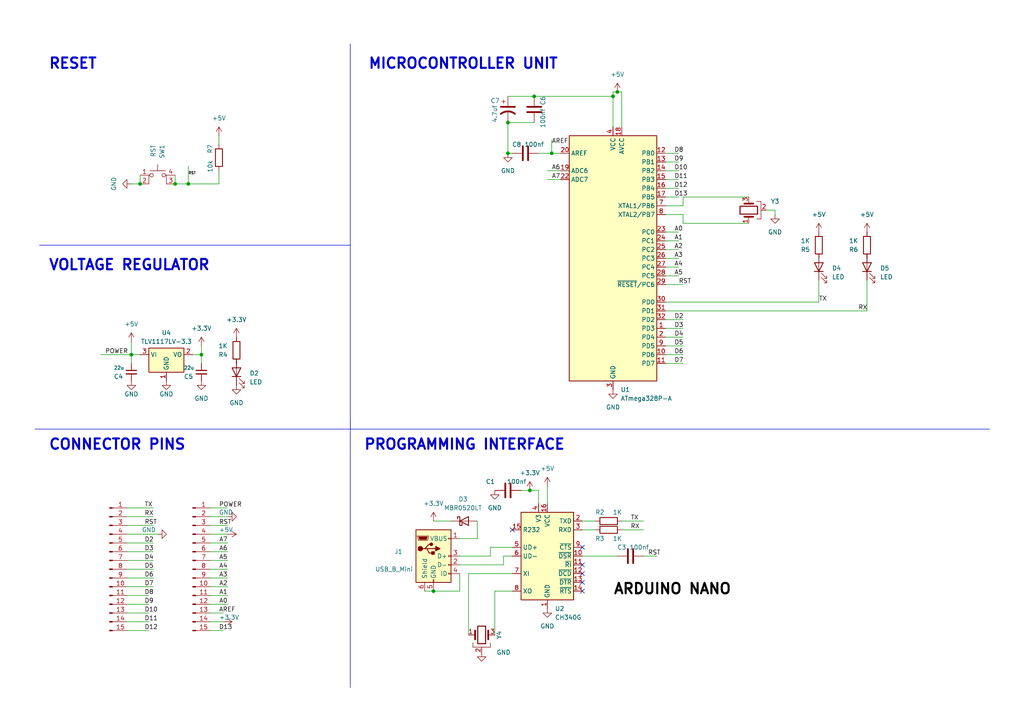
<source format=kicad_sch>
(kicad_sch (version 20230121) (generator eeschema)

  (uuid fcaecc40-9f38-4900-a074-0aebc37f0d2c)

  (paper "A4")

  (title_block
    (date "2024-09-14")
    (company "mr_yashrk")
  )

  (lib_symbols
    (symbol "Connector:Conn_01x15_Pin" (pin_names (offset 1.016) hide) (in_bom yes) (on_board yes)
      (property "Reference" "J" (at 0 20.32 0)
        (effects (font (size 1.27 1.27)))
      )
      (property "Value" "Conn_01x15_Pin" (at 0 -20.32 0)
        (effects (font (size 1.27 1.27)))
      )
      (property "Footprint" "" (at 0 0 0)
        (effects (font (size 1.27 1.27)) hide)
      )
      (property "Datasheet" "~" (at 0 0 0)
        (effects (font (size 1.27 1.27)) hide)
      )
      (property "ki_locked" "" (at 0 0 0)
        (effects (font (size 1.27 1.27)))
      )
      (property "ki_keywords" "connector" (at 0 0 0)
        (effects (font (size 1.27 1.27)) hide)
      )
      (property "ki_description" "Generic connector, single row, 01x15, script generated" (at 0 0 0)
        (effects (font (size 1.27 1.27)) hide)
      )
      (property "ki_fp_filters" "Connector*:*_1x??_*" (at 0 0 0)
        (effects (font (size 1.27 1.27)) hide)
      )
      (symbol "Conn_01x15_Pin_1_1"
        (polyline
          (pts
            (xy 1.27 -17.78)
            (xy 0.8636 -17.78)
          )
          (stroke (width 0.1524) (type default))
          (fill (type none))
        )
        (polyline
          (pts
            (xy 1.27 -15.24)
            (xy 0.8636 -15.24)
          )
          (stroke (width 0.1524) (type default))
          (fill (type none))
        )
        (polyline
          (pts
            (xy 1.27 -12.7)
            (xy 0.8636 -12.7)
          )
          (stroke (width 0.1524) (type default))
          (fill (type none))
        )
        (polyline
          (pts
            (xy 1.27 -10.16)
            (xy 0.8636 -10.16)
          )
          (stroke (width 0.1524) (type default))
          (fill (type none))
        )
        (polyline
          (pts
            (xy 1.27 -7.62)
            (xy 0.8636 -7.62)
          )
          (stroke (width 0.1524) (type default))
          (fill (type none))
        )
        (polyline
          (pts
            (xy 1.27 -5.08)
            (xy 0.8636 -5.08)
          )
          (stroke (width 0.1524) (type default))
          (fill (type none))
        )
        (polyline
          (pts
            (xy 1.27 -2.54)
            (xy 0.8636 -2.54)
          )
          (stroke (width 0.1524) (type default))
          (fill (type none))
        )
        (polyline
          (pts
            (xy 1.27 0)
            (xy 0.8636 0)
          )
          (stroke (width 0.1524) (type default))
          (fill (type none))
        )
        (polyline
          (pts
            (xy 1.27 2.54)
            (xy 0.8636 2.54)
          )
          (stroke (width 0.1524) (type default))
          (fill (type none))
        )
        (polyline
          (pts
            (xy 1.27 5.08)
            (xy 0.8636 5.08)
          )
          (stroke (width 0.1524) (type default))
          (fill (type none))
        )
        (polyline
          (pts
            (xy 1.27 7.62)
            (xy 0.8636 7.62)
          )
          (stroke (width 0.1524) (type default))
          (fill (type none))
        )
        (polyline
          (pts
            (xy 1.27 10.16)
            (xy 0.8636 10.16)
          )
          (stroke (width 0.1524) (type default))
          (fill (type none))
        )
        (polyline
          (pts
            (xy 1.27 12.7)
            (xy 0.8636 12.7)
          )
          (stroke (width 0.1524) (type default))
          (fill (type none))
        )
        (polyline
          (pts
            (xy 1.27 15.24)
            (xy 0.8636 15.24)
          )
          (stroke (width 0.1524) (type default))
          (fill (type none))
        )
        (polyline
          (pts
            (xy 1.27 17.78)
            (xy 0.8636 17.78)
          )
          (stroke (width 0.1524) (type default))
          (fill (type none))
        )
        (rectangle (start 0.8636 -17.653) (end 0 -17.907)
          (stroke (width 0.1524) (type default))
          (fill (type outline))
        )
        (rectangle (start 0.8636 -15.113) (end 0 -15.367)
          (stroke (width 0.1524) (type default))
          (fill (type outline))
        )
        (rectangle (start 0.8636 -12.573) (end 0 -12.827)
          (stroke (width 0.1524) (type default))
          (fill (type outline))
        )
        (rectangle (start 0.8636 -10.033) (end 0 -10.287)
          (stroke (width 0.1524) (type default))
          (fill (type outline))
        )
        (rectangle (start 0.8636 -7.493) (end 0 -7.747)
          (stroke (width 0.1524) (type default))
          (fill (type outline))
        )
        (rectangle (start 0.8636 -4.953) (end 0 -5.207)
          (stroke (width 0.1524) (type default))
          (fill (type outline))
        )
        (rectangle (start 0.8636 -2.413) (end 0 -2.667)
          (stroke (width 0.1524) (type default))
          (fill (type outline))
        )
        (rectangle (start 0.8636 0.127) (end 0 -0.127)
          (stroke (width 0.1524) (type default))
          (fill (type outline))
        )
        (rectangle (start 0.8636 2.667) (end 0 2.413)
          (stroke (width 0.1524) (type default))
          (fill (type outline))
        )
        (rectangle (start 0.8636 5.207) (end 0 4.953)
          (stroke (width 0.1524) (type default))
          (fill (type outline))
        )
        (rectangle (start 0.8636 7.747) (end 0 7.493)
          (stroke (width 0.1524) (type default))
          (fill (type outline))
        )
        (rectangle (start 0.8636 10.287) (end 0 10.033)
          (stroke (width 0.1524) (type default))
          (fill (type outline))
        )
        (rectangle (start 0.8636 12.827) (end 0 12.573)
          (stroke (width 0.1524) (type default))
          (fill (type outline))
        )
        (rectangle (start 0.8636 15.367) (end 0 15.113)
          (stroke (width 0.1524) (type default))
          (fill (type outline))
        )
        (rectangle (start 0.8636 17.907) (end 0 17.653)
          (stroke (width 0.1524) (type default))
          (fill (type outline))
        )
        (pin passive line (at 5.08 17.78 180) (length 3.81)
          (name "Pin_1" (effects (font (size 1.27 1.27))))
          (number "1" (effects (font (size 1.27 1.27))))
        )
        (pin passive line (at 5.08 -5.08 180) (length 3.81)
          (name "Pin_10" (effects (font (size 1.27 1.27))))
          (number "10" (effects (font (size 1.27 1.27))))
        )
        (pin passive line (at 5.08 -7.62 180) (length 3.81)
          (name "Pin_11" (effects (font (size 1.27 1.27))))
          (number "11" (effects (font (size 1.27 1.27))))
        )
        (pin passive line (at 5.08 -10.16 180) (length 3.81)
          (name "Pin_12" (effects (font (size 1.27 1.27))))
          (number "12" (effects (font (size 1.27 1.27))))
        )
        (pin passive line (at 5.08 -12.7 180) (length 3.81)
          (name "Pin_13" (effects (font (size 1.27 1.27))))
          (number "13" (effects (font (size 1.27 1.27))))
        )
        (pin passive line (at 5.08 -15.24 180) (length 3.81)
          (name "Pin_14" (effects (font (size 1.27 1.27))))
          (number "14" (effects (font (size 1.27 1.27))))
        )
        (pin passive line (at 5.08 -17.78 180) (length 3.81)
          (name "Pin_15" (effects (font (size 1.27 1.27))))
          (number "15" (effects (font (size 1.27 1.27))))
        )
        (pin passive line (at 5.08 15.24 180) (length 3.81)
          (name "Pin_2" (effects (font (size 1.27 1.27))))
          (number "2" (effects (font (size 1.27 1.27))))
        )
        (pin passive line (at 5.08 12.7 180) (length 3.81)
          (name "Pin_3" (effects (font (size 1.27 1.27))))
          (number "3" (effects (font (size 1.27 1.27))))
        )
        (pin passive line (at 5.08 10.16 180) (length 3.81)
          (name "Pin_4" (effects (font (size 1.27 1.27))))
          (number "4" (effects (font (size 1.27 1.27))))
        )
        (pin passive line (at 5.08 7.62 180) (length 3.81)
          (name "Pin_5" (effects (font (size 1.27 1.27))))
          (number "5" (effects (font (size 1.27 1.27))))
        )
        (pin passive line (at 5.08 5.08 180) (length 3.81)
          (name "Pin_6" (effects (font (size 1.27 1.27))))
          (number "6" (effects (font (size 1.27 1.27))))
        )
        (pin passive line (at 5.08 2.54 180) (length 3.81)
          (name "Pin_7" (effects (font (size 1.27 1.27))))
          (number "7" (effects (font (size 1.27 1.27))))
        )
        (pin passive line (at 5.08 0 180) (length 3.81)
          (name "Pin_8" (effects (font (size 1.27 1.27))))
          (number "8" (effects (font (size 1.27 1.27))))
        )
        (pin passive line (at 5.08 -2.54 180) (length 3.81)
          (name "Pin_9" (effects (font (size 1.27 1.27))))
          (number "9" (effects (font (size 1.27 1.27))))
        )
      )
    )
    (symbol "Connector:USB_B_Mini" (pin_names (offset 1.016)) (in_bom yes) (on_board yes)
      (property "Reference" "J" (at -5.08 11.43 0)
        (effects (font (size 1.27 1.27)) (justify left))
      )
      (property "Value" "USB_B_Mini" (at -5.08 8.89 0)
        (effects (font (size 1.27 1.27)) (justify left))
      )
      (property "Footprint" "" (at 3.81 -1.27 0)
        (effects (font (size 1.27 1.27)) hide)
      )
      (property "Datasheet" "~" (at 3.81 -1.27 0)
        (effects (font (size 1.27 1.27)) hide)
      )
      (property "ki_keywords" "connector USB mini" (at 0 0 0)
        (effects (font (size 1.27 1.27)) hide)
      )
      (property "ki_description" "USB Mini Type B connector" (at 0 0 0)
        (effects (font (size 1.27 1.27)) hide)
      )
      (property "ki_fp_filters" "USB*" (at 0 0 0)
        (effects (font (size 1.27 1.27)) hide)
      )
      (symbol "USB_B_Mini_0_1"
        (rectangle (start -5.08 -7.62) (end 5.08 7.62)
          (stroke (width 0.254) (type default))
          (fill (type background))
        )
        (circle (center -3.81 2.159) (radius 0.635)
          (stroke (width 0.254) (type default))
          (fill (type outline))
        )
        (circle (center -0.635 3.429) (radius 0.381)
          (stroke (width 0.254) (type default))
          (fill (type outline))
        )
        (rectangle (start -0.127 -7.62) (end 0.127 -6.858)
          (stroke (width 0) (type default))
          (fill (type none))
        )
        (polyline
          (pts
            (xy -1.905 2.159)
            (xy 0.635 2.159)
          )
          (stroke (width 0.254) (type default))
          (fill (type none))
        )
        (polyline
          (pts
            (xy -3.175 2.159)
            (xy -2.54 2.159)
            (xy -1.27 3.429)
            (xy -0.635 3.429)
          )
          (stroke (width 0.254) (type default))
          (fill (type none))
        )
        (polyline
          (pts
            (xy -2.54 2.159)
            (xy -1.905 2.159)
            (xy -1.27 0.889)
            (xy 0 0.889)
          )
          (stroke (width 0.254) (type default))
          (fill (type none))
        )
        (polyline
          (pts
            (xy 0.635 2.794)
            (xy 0.635 1.524)
            (xy 1.905 2.159)
            (xy 0.635 2.794)
          )
          (stroke (width 0.254) (type default))
          (fill (type outline))
        )
        (polyline
          (pts
            (xy -4.318 5.588)
            (xy -1.778 5.588)
            (xy -2.032 4.826)
            (xy -4.064 4.826)
            (xy -4.318 5.588)
          )
          (stroke (width 0) (type default))
          (fill (type outline))
        )
        (polyline
          (pts
            (xy -4.699 5.842)
            (xy -4.699 5.588)
            (xy -4.445 4.826)
            (xy -4.445 4.572)
            (xy -1.651 4.572)
            (xy -1.651 4.826)
            (xy -1.397 5.588)
            (xy -1.397 5.842)
            (xy -4.699 5.842)
          )
          (stroke (width 0) (type default))
          (fill (type none))
        )
        (rectangle (start 0.254 1.27) (end -0.508 0.508)
          (stroke (width 0.254) (type default))
          (fill (type outline))
        )
        (rectangle (start 5.08 -5.207) (end 4.318 -4.953)
          (stroke (width 0) (type default))
          (fill (type none))
        )
        (rectangle (start 5.08 -2.667) (end 4.318 -2.413)
          (stroke (width 0) (type default))
          (fill (type none))
        )
        (rectangle (start 5.08 -0.127) (end 4.318 0.127)
          (stroke (width 0) (type default))
          (fill (type none))
        )
        (rectangle (start 5.08 4.953) (end 4.318 5.207)
          (stroke (width 0) (type default))
          (fill (type none))
        )
      )
      (symbol "USB_B_Mini_1_1"
        (pin power_out line (at 7.62 5.08 180) (length 2.54)
          (name "VBUS" (effects (font (size 1.27 1.27))))
          (number "1" (effects (font (size 1.27 1.27))))
        )
        (pin bidirectional line (at 7.62 -2.54 180) (length 2.54)
          (name "D-" (effects (font (size 1.27 1.27))))
          (number "2" (effects (font (size 1.27 1.27))))
        )
        (pin bidirectional line (at 7.62 0 180) (length 2.54)
          (name "D+" (effects (font (size 1.27 1.27))))
          (number "3" (effects (font (size 1.27 1.27))))
        )
        (pin passive line (at 7.62 -5.08 180) (length 2.54)
          (name "ID" (effects (font (size 1.27 1.27))))
          (number "4" (effects (font (size 1.27 1.27))))
        )
        (pin power_out line (at 0 -10.16 90) (length 2.54)
          (name "GND" (effects (font (size 1.27 1.27))))
          (number "5" (effects (font (size 1.27 1.27))))
        )
        (pin passive line (at -2.54 -10.16 90) (length 2.54)
          (name "Shield" (effects (font (size 1.27 1.27))))
          (number "6" (effects (font (size 1.27 1.27))))
        )
      )
    )
    (symbol "Device:C" (pin_numbers hide) (pin_names (offset 0.254)) (in_bom yes) (on_board yes)
      (property "Reference" "C" (at 0.635 2.54 0)
        (effects (font (size 1.27 1.27)) (justify left))
      )
      (property "Value" "C" (at 0.635 -2.54 0)
        (effects (font (size 1.27 1.27)) (justify left))
      )
      (property "Footprint" "" (at 0.9652 -3.81 0)
        (effects (font (size 1.27 1.27)) hide)
      )
      (property "Datasheet" "~" (at 0 0 0)
        (effects (font (size 1.27 1.27)) hide)
      )
      (property "ki_keywords" "cap capacitor" (at 0 0 0)
        (effects (font (size 1.27 1.27)) hide)
      )
      (property "ki_description" "Unpolarized capacitor" (at 0 0 0)
        (effects (font (size 1.27 1.27)) hide)
      )
      (property "ki_fp_filters" "C_*" (at 0 0 0)
        (effects (font (size 1.27 1.27)) hide)
      )
      (symbol "C_0_1"
        (polyline
          (pts
            (xy -2.032 -0.762)
            (xy 2.032 -0.762)
          )
          (stroke (width 0.508) (type default))
          (fill (type none))
        )
        (polyline
          (pts
            (xy -2.032 0.762)
            (xy 2.032 0.762)
          )
          (stroke (width 0.508) (type default))
          (fill (type none))
        )
      )
      (symbol "C_1_1"
        (pin passive line (at 0 3.81 270) (length 2.794)
          (name "~" (effects (font (size 1.27 1.27))))
          (number "1" (effects (font (size 1.27 1.27))))
        )
        (pin passive line (at 0 -3.81 90) (length 2.794)
          (name "~" (effects (font (size 1.27 1.27))))
          (number "2" (effects (font (size 1.27 1.27))))
        )
      )
    )
    (symbol "Device:C_Polarized_US" (pin_numbers hide) (pin_names (offset 0.254) hide) (in_bom yes) (on_board yes)
      (property "Reference" "C" (at 0.635 2.54 0)
        (effects (font (size 1.27 1.27)) (justify left))
      )
      (property "Value" "C_Polarized_US" (at 0.635 -2.54 0)
        (effects (font (size 1.27 1.27)) (justify left))
      )
      (property "Footprint" "" (at 0 0 0)
        (effects (font (size 1.27 1.27)) hide)
      )
      (property "Datasheet" "~" (at 0 0 0)
        (effects (font (size 1.27 1.27)) hide)
      )
      (property "ki_keywords" "cap capacitor" (at 0 0 0)
        (effects (font (size 1.27 1.27)) hide)
      )
      (property "ki_description" "Polarized capacitor, US symbol" (at 0 0 0)
        (effects (font (size 1.27 1.27)) hide)
      )
      (property "ki_fp_filters" "CP_*" (at 0 0 0)
        (effects (font (size 1.27 1.27)) hide)
      )
      (symbol "C_Polarized_US_0_1"
        (polyline
          (pts
            (xy -2.032 0.762)
            (xy 2.032 0.762)
          )
          (stroke (width 0.508) (type default))
          (fill (type none))
        )
        (polyline
          (pts
            (xy -1.778 2.286)
            (xy -0.762 2.286)
          )
          (stroke (width 0) (type default))
          (fill (type none))
        )
        (polyline
          (pts
            (xy -1.27 1.778)
            (xy -1.27 2.794)
          )
          (stroke (width 0) (type default))
          (fill (type none))
        )
        (arc (start 2.032 -1.27) (mid 0 -0.5572) (end -2.032 -1.27)
          (stroke (width 0.508) (type default))
          (fill (type none))
        )
      )
      (symbol "C_Polarized_US_1_1"
        (pin passive line (at 0 3.81 270) (length 2.794)
          (name "~" (effects (font (size 1.27 1.27))))
          (number "1" (effects (font (size 1.27 1.27))))
        )
        (pin passive line (at 0 -3.81 90) (length 3.302)
          (name "~" (effects (font (size 1.27 1.27))))
          (number "2" (effects (font (size 1.27 1.27))))
        )
      )
    )
    (symbol "Device:C_Small" (pin_numbers hide) (pin_names (offset 0.254) hide) (in_bom yes) (on_board yes)
      (property "Reference" "C" (at 0.254 1.778 0)
        (effects (font (size 1.27 1.27)) (justify left))
      )
      (property "Value" "C_Small" (at 0.254 -2.032 0)
        (effects (font (size 1.27 1.27)) (justify left))
      )
      (property "Footprint" "" (at 0 0 0)
        (effects (font (size 1.27 1.27)) hide)
      )
      (property "Datasheet" "~" (at 0 0 0)
        (effects (font (size 1.27 1.27)) hide)
      )
      (property "ki_keywords" "capacitor cap" (at 0 0 0)
        (effects (font (size 1.27 1.27)) hide)
      )
      (property "ki_description" "Unpolarized capacitor, small symbol" (at 0 0 0)
        (effects (font (size 1.27 1.27)) hide)
      )
      (property "ki_fp_filters" "C_*" (at 0 0 0)
        (effects (font (size 1.27 1.27)) hide)
      )
      (symbol "C_Small_0_1"
        (polyline
          (pts
            (xy -1.524 -0.508)
            (xy 1.524 -0.508)
          )
          (stroke (width 0.3302) (type default))
          (fill (type none))
        )
        (polyline
          (pts
            (xy -1.524 0.508)
            (xy 1.524 0.508)
          )
          (stroke (width 0.3048) (type default))
          (fill (type none))
        )
      )
      (symbol "C_Small_1_1"
        (pin passive line (at 0 2.54 270) (length 2.032)
          (name "~" (effects (font (size 1.27 1.27))))
          (number "1" (effects (font (size 1.27 1.27))))
        )
        (pin passive line (at 0 -2.54 90) (length 2.032)
          (name "~" (effects (font (size 1.27 1.27))))
          (number "2" (effects (font (size 1.27 1.27))))
        )
      )
    )
    (symbol "Device:Crystal_GND2" (pin_names (offset 1.016) hide) (in_bom yes) (on_board yes)
      (property "Reference" "Y" (at 0 5.715 0)
        (effects (font (size 1.27 1.27)))
      )
      (property "Value" "Crystal_GND2" (at 0 3.81 0)
        (effects (font (size 1.27 1.27)))
      )
      (property "Footprint" "" (at 0 0 0)
        (effects (font (size 1.27 1.27)) hide)
      )
      (property "Datasheet" "~" (at 0 0 0)
        (effects (font (size 1.27 1.27)) hide)
      )
      (property "ki_keywords" "quartz ceramic resonator oscillator" (at 0 0 0)
        (effects (font (size 1.27 1.27)) hide)
      )
      (property "ki_description" "Three pin crystal, GND on pin 2" (at 0 0 0)
        (effects (font (size 1.27 1.27)) hide)
      )
      (property "ki_fp_filters" "Crystal*" (at 0 0 0)
        (effects (font (size 1.27 1.27)) hide)
      )
      (symbol "Crystal_GND2_0_1"
        (rectangle (start -1.143 2.54) (end 1.143 -2.54)
          (stroke (width 0.3048) (type default))
          (fill (type none))
        )
        (polyline
          (pts
            (xy -2.54 0)
            (xy -1.905 0)
          )
          (stroke (width 0) (type default))
          (fill (type none))
        )
        (polyline
          (pts
            (xy -1.905 -1.27)
            (xy -1.905 1.27)
          )
          (stroke (width 0.508) (type default))
          (fill (type none))
        )
        (polyline
          (pts
            (xy 0 -3.81)
            (xy 0 -3.556)
          )
          (stroke (width 0) (type default))
          (fill (type none))
        )
        (polyline
          (pts
            (xy 1.905 0)
            (xy 2.54 0)
          )
          (stroke (width 0) (type default))
          (fill (type none))
        )
        (polyline
          (pts
            (xy 1.905 1.27)
            (xy 1.905 -1.27)
          )
          (stroke (width 0.508) (type default))
          (fill (type none))
        )
        (polyline
          (pts
            (xy -2.54 -2.286)
            (xy -2.54 -3.556)
            (xy 2.54 -3.556)
            (xy 2.54 -2.286)
          )
          (stroke (width 0) (type default))
          (fill (type none))
        )
      )
      (symbol "Crystal_GND2_1_1"
        (pin passive line (at -3.81 0 0) (length 1.27)
          (name "1" (effects (font (size 1.27 1.27))))
          (number "1" (effects (font (size 1.27 1.27))))
        )
        (pin passive line (at 0 -5.08 90) (length 1.27)
          (name "2" (effects (font (size 1.27 1.27))))
          (number "2" (effects (font (size 1.27 1.27))))
        )
        (pin passive line (at 3.81 0 180) (length 1.27)
          (name "3" (effects (font (size 1.27 1.27))))
          (number "3" (effects (font (size 1.27 1.27))))
        )
      )
    )
    (symbol "Device:LED" (pin_numbers hide) (pin_names (offset 1.016) hide) (in_bom yes) (on_board yes)
      (property "Reference" "D" (at 0 2.54 0)
        (effects (font (size 1.27 1.27)))
      )
      (property "Value" "LED" (at 0 -2.54 0)
        (effects (font (size 1.27 1.27)))
      )
      (property "Footprint" "" (at 0 0 0)
        (effects (font (size 1.27 1.27)) hide)
      )
      (property "Datasheet" "~" (at 0 0 0)
        (effects (font (size 1.27 1.27)) hide)
      )
      (property "ki_keywords" "LED diode" (at 0 0 0)
        (effects (font (size 1.27 1.27)) hide)
      )
      (property "ki_description" "Light emitting diode" (at 0 0 0)
        (effects (font (size 1.27 1.27)) hide)
      )
      (property "ki_fp_filters" "LED* LED_SMD:* LED_THT:*" (at 0 0 0)
        (effects (font (size 1.27 1.27)) hide)
      )
      (symbol "LED_0_1"
        (polyline
          (pts
            (xy -1.27 -1.27)
            (xy -1.27 1.27)
          )
          (stroke (width 0.254) (type default))
          (fill (type none))
        )
        (polyline
          (pts
            (xy -1.27 0)
            (xy 1.27 0)
          )
          (stroke (width 0) (type default))
          (fill (type none))
        )
        (polyline
          (pts
            (xy 1.27 -1.27)
            (xy 1.27 1.27)
            (xy -1.27 0)
            (xy 1.27 -1.27)
          )
          (stroke (width 0.254) (type default))
          (fill (type none))
        )
        (polyline
          (pts
            (xy -3.048 -0.762)
            (xy -4.572 -2.286)
            (xy -3.81 -2.286)
            (xy -4.572 -2.286)
            (xy -4.572 -1.524)
          )
          (stroke (width 0) (type default))
          (fill (type none))
        )
        (polyline
          (pts
            (xy -1.778 -0.762)
            (xy -3.302 -2.286)
            (xy -2.54 -2.286)
            (xy -3.302 -2.286)
            (xy -3.302 -1.524)
          )
          (stroke (width 0) (type default))
          (fill (type none))
        )
      )
      (symbol "LED_1_1"
        (pin passive line (at -3.81 0 0) (length 2.54)
          (name "K" (effects (font (size 1.27 1.27))))
          (number "1" (effects (font (size 1.27 1.27))))
        )
        (pin passive line (at 3.81 0 180) (length 2.54)
          (name "A" (effects (font (size 1.27 1.27))))
          (number "2" (effects (font (size 1.27 1.27))))
        )
      )
    )
    (symbol "Device:R" (pin_numbers hide) (pin_names (offset 0)) (in_bom yes) (on_board yes)
      (property "Reference" "R" (at 2.032 0 90)
        (effects (font (size 1.27 1.27)))
      )
      (property "Value" "R" (at 0 0 90)
        (effects (font (size 1.27 1.27)))
      )
      (property "Footprint" "" (at -1.778 0 90)
        (effects (font (size 1.27 1.27)) hide)
      )
      (property "Datasheet" "~" (at 0 0 0)
        (effects (font (size 1.27 1.27)) hide)
      )
      (property "ki_keywords" "R res resistor" (at 0 0 0)
        (effects (font (size 1.27 1.27)) hide)
      )
      (property "ki_description" "Resistor" (at 0 0 0)
        (effects (font (size 1.27 1.27)) hide)
      )
      (property "ki_fp_filters" "R_*" (at 0 0 0)
        (effects (font (size 1.27 1.27)) hide)
      )
      (symbol "R_0_1"
        (rectangle (start -1.016 -2.54) (end 1.016 2.54)
          (stroke (width 0.254) (type default))
          (fill (type none))
        )
      )
      (symbol "R_1_1"
        (pin passive line (at 0 3.81 270) (length 1.27)
          (name "~" (effects (font (size 1.27 1.27))))
          (number "1" (effects (font (size 1.27 1.27))))
        )
        (pin passive line (at 0 -3.81 90) (length 1.27)
          (name "~" (effects (font (size 1.27 1.27))))
          (number "2" (effects (font (size 1.27 1.27))))
        )
      )
    )
    (symbol "Diode:MBR0520LT" (pin_numbers hide) (pin_names (offset 1.016) hide) (in_bom yes) (on_board yes)
      (property "Reference" "D" (at 0 2.54 0)
        (effects (font (size 1.27 1.27)))
      )
      (property "Value" "MBR0520LT" (at 0 -2.54 0)
        (effects (font (size 1.27 1.27)))
      )
      (property "Footprint" "Diode_SMD:D_SOD-123" (at 0 -4.445 0)
        (effects (font (size 1.27 1.27)) hide)
      )
      (property "Datasheet" "http://www.onsemi.com/pub_link/Collateral/MBR0520LT1-D.PDF" (at 0 0 0)
        (effects (font (size 1.27 1.27)) hide)
      )
      (property "ki_keywords" "diode Schottky" (at 0 0 0)
        (effects (font (size 1.27 1.27)) hide)
      )
      (property "ki_description" "20V 0.5A Schottky Power Rectifier Diode, SOD-123" (at 0 0 0)
        (effects (font (size 1.27 1.27)) hide)
      )
      (property "ki_fp_filters" "D*SOD?123*" (at 0 0 0)
        (effects (font (size 1.27 1.27)) hide)
      )
      (symbol "MBR0520LT_0_1"
        (polyline
          (pts
            (xy 1.27 0)
            (xy -1.27 0)
          )
          (stroke (width 0) (type default))
          (fill (type none))
        )
        (polyline
          (pts
            (xy 1.27 1.27)
            (xy 1.27 -1.27)
            (xy -1.27 0)
            (xy 1.27 1.27)
          )
          (stroke (width 0.254) (type default))
          (fill (type none))
        )
        (polyline
          (pts
            (xy -1.905 0.635)
            (xy -1.905 1.27)
            (xy -1.27 1.27)
            (xy -1.27 -1.27)
            (xy -0.635 -1.27)
            (xy -0.635 -0.635)
          )
          (stroke (width 0.254) (type default))
          (fill (type none))
        )
      )
      (symbol "MBR0520LT_1_1"
        (pin passive line (at -3.81 0 0) (length 2.54)
          (name "K" (effects (font (size 1.27 1.27))))
          (number "1" (effects (font (size 1.27 1.27))))
        )
        (pin passive line (at 3.81 0 180) (length 2.54)
          (name "A" (effects (font (size 1.27 1.27))))
          (number "2" (effects (font (size 1.27 1.27))))
        )
      )
    )
    (symbol "Interface_USB:CH340G" (in_bom yes) (on_board yes)
      (property "Reference" "U" (at -5.08 13.97 0)
        (effects (font (size 1.27 1.27)) (justify right))
      )
      (property "Value" "CH340G" (at 1.27 13.97 0)
        (effects (font (size 1.27 1.27)) (justify left))
      )
      (property "Footprint" "Package_SO:SOIC-16_3.9x9.9mm_P1.27mm" (at 1.27 -13.97 0)
        (effects (font (size 1.27 1.27)) (justify left) hide)
      )
      (property "Datasheet" "http://www.datasheet5.com/pdf-local-2195953" (at -8.89 20.32 0)
        (effects (font (size 1.27 1.27)) hide)
      )
      (property "ki_keywords" "USB UART Serial Converter Interface" (at 0 0 0)
        (effects (font (size 1.27 1.27)) hide)
      )
      (property "ki_description" "USB serial converter, UART, SOIC-16" (at 0 0 0)
        (effects (font (size 1.27 1.27)) hide)
      )
      (property "ki_fp_filters" "SOIC*3.9x9.9mm*P1.27mm*" (at 0 0 0)
        (effects (font (size 1.27 1.27)) hide)
      )
      (symbol "CH340G_0_1"
        (rectangle (start -7.62 12.7) (end 7.62 -12.7)
          (stroke (width 0.254) (type default))
          (fill (type background))
        )
      )
      (symbol "CH340G_1_1"
        (pin power_in line (at 0 -15.24 90) (length 2.54)
          (name "GND" (effects (font (size 1.27 1.27))))
          (number "1" (effects (font (size 1.27 1.27))))
        )
        (pin input line (at 10.16 0 180) (length 2.54)
          (name "~{DSR}" (effects (font (size 1.27 1.27))))
          (number "10" (effects (font (size 1.27 1.27))))
        )
        (pin input line (at 10.16 -2.54 180) (length 2.54)
          (name "~{RI}" (effects (font (size 1.27 1.27))))
          (number "11" (effects (font (size 1.27 1.27))))
        )
        (pin input line (at 10.16 -5.08 180) (length 2.54)
          (name "~{DCD}" (effects (font (size 1.27 1.27))))
          (number "12" (effects (font (size 1.27 1.27))))
        )
        (pin output line (at 10.16 -7.62 180) (length 2.54)
          (name "~{DTR}" (effects (font (size 1.27 1.27))))
          (number "13" (effects (font (size 1.27 1.27))))
        )
        (pin output line (at 10.16 -10.16 180) (length 2.54)
          (name "~{RTS}" (effects (font (size 1.27 1.27))))
          (number "14" (effects (font (size 1.27 1.27))))
        )
        (pin input line (at -10.16 7.62 0) (length 2.54)
          (name "R232" (effects (font (size 1.27 1.27))))
          (number "15" (effects (font (size 1.27 1.27))))
        )
        (pin power_in line (at 0 15.24 270) (length 2.54)
          (name "VCC" (effects (font (size 1.27 1.27))))
          (number "16" (effects (font (size 1.27 1.27))))
        )
        (pin output line (at 10.16 10.16 180) (length 2.54)
          (name "TXD" (effects (font (size 1.27 1.27))))
          (number "2" (effects (font (size 1.27 1.27))))
        )
        (pin input line (at 10.16 7.62 180) (length 2.54)
          (name "RXD" (effects (font (size 1.27 1.27))))
          (number "3" (effects (font (size 1.27 1.27))))
        )
        (pin passive line (at -2.54 15.24 270) (length 2.54)
          (name "V3" (effects (font (size 1.27 1.27))))
          (number "4" (effects (font (size 1.27 1.27))))
        )
        (pin bidirectional line (at -10.16 2.54 0) (length 2.54)
          (name "UD+" (effects (font (size 1.27 1.27))))
          (number "5" (effects (font (size 1.27 1.27))))
        )
        (pin bidirectional line (at -10.16 0 0) (length 2.54)
          (name "UD-" (effects (font (size 1.27 1.27))))
          (number "6" (effects (font (size 1.27 1.27))))
        )
        (pin input line (at -10.16 -5.08 0) (length 2.54)
          (name "XI" (effects (font (size 1.27 1.27))))
          (number "7" (effects (font (size 1.27 1.27))))
        )
        (pin output line (at -10.16 -10.16 0) (length 2.54)
          (name "XO" (effects (font (size 1.27 1.27))))
          (number "8" (effects (font (size 1.27 1.27))))
        )
        (pin input line (at 10.16 2.54 180) (length 2.54)
          (name "~{CTS}" (effects (font (size 1.27 1.27))))
          (number "9" (effects (font (size 1.27 1.27))))
        )
      )
    )
    (symbol "MCU_Microchip_ATmega:ATmega328P-A" (in_bom yes) (on_board yes)
      (property "Reference" "U" (at -12.7 36.83 0)
        (effects (font (size 1.27 1.27)) (justify left bottom))
      )
      (property "Value" "ATmega328P-A" (at 2.54 -36.83 0)
        (effects (font (size 1.27 1.27)) (justify left top))
      )
      (property "Footprint" "Package_QFP:TQFP-32_7x7mm_P0.8mm" (at 0 0 0)
        (effects (font (size 1.27 1.27) italic) hide)
      )
      (property "Datasheet" "http://ww1.microchip.com/downloads/en/DeviceDoc/ATmega328_P%20AVR%20MCU%20with%20picoPower%20Technology%20Data%20Sheet%2040001984A.pdf" (at 0 0 0)
        (effects (font (size 1.27 1.27)) hide)
      )
      (property "ki_keywords" "AVR 8bit Microcontroller MegaAVR PicoPower" (at 0 0 0)
        (effects (font (size 1.27 1.27)) hide)
      )
      (property "ki_description" "20MHz, 32kB Flash, 2kB SRAM, 1kB EEPROM, TQFP-32" (at 0 0 0)
        (effects (font (size 1.27 1.27)) hide)
      )
      (property "ki_fp_filters" "TQFP*7x7mm*P0.8mm*" (at 0 0 0)
        (effects (font (size 1.27 1.27)) hide)
      )
      (symbol "ATmega328P-A_0_1"
        (rectangle (start -12.7 -35.56) (end 12.7 35.56)
          (stroke (width 0.254) (type default))
          (fill (type background))
        )
      )
      (symbol "ATmega328P-A_1_1"
        (pin bidirectional line (at 15.24 -20.32 180) (length 2.54)
          (name "PD3" (effects (font (size 1.27 1.27))))
          (number "1" (effects (font (size 1.27 1.27))))
        )
        (pin bidirectional line (at 15.24 -27.94 180) (length 2.54)
          (name "PD6" (effects (font (size 1.27 1.27))))
          (number "10" (effects (font (size 1.27 1.27))))
        )
        (pin bidirectional line (at 15.24 -30.48 180) (length 2.54)
          (name "PD7" (effects (font (size 1.27 1.27))))
          (number "11" (effects (font (size 1.27 1.27))))
        )
        (pin bidirectional line (at 15.24 30.48 180) (length 2.54)
          (name "PB0" (effects (font (size 1.27 1.27))))
          (number "12" (effects (font (size 1.27 1.27))))
        )
        (pin bidirectional line (at 15.24 27.94 180) (length 2.54)
          (name "PB1" (effects (font (size 1.27 1.27))))
          (number "13" (effects (font (size 1.27 1.27))))
        )
        (pin bidirectional line (at 15.24 25.4 180) (length 2.54)
          (name "PB2" (effects (font (size 1.27 1.27))))
          (number "14" (effects (font (size 1.27 1.27))))
        )
        (pin bidirectional line (at 15.24 22.86 180) (length 2.54)
          (name "PB3" (effects (font (size 1.27 1.27))))
          (number "15" (effects (font (size 1.27 1.27))))
        )
        (pin bidirectional line (at 15.24 20.32 180) (length 2.54)
          (name "PB4" (effects (font (size 1.27 1.27))))
          (number "16" (effects (font (size 1.27 1.27))))
        )
        (pin bidirectional line (at 15.24 17.78 180) (length 2.54)
          (name "PB5" (effects (font (size 1.27 1.27))))
          (number "17" (effects (font (size 1.27 1.27))))
        )
        (pin power_in line (at 2.54 38.1 270) (length 2.54)
          (name "AVCC" (effects (font (size 1.27 1.27))))
          (number "18" (effects (font (size 1.27 1.27))))
        )
        (pin input line (at -15.24 25.4 0) (length 2.54)
          (name "ADC6" (effects (font (size 1.27 1.27))))
          (number "19" (effects (font (size 1.27 1.27))))
        )
        (pin bidirectional line (at 15.24 -22.86 180) (length 2.54)
          (name "PD4" (effects (font (size 1.27 1.27))))
          (number "2" (effects (font (size 1.27 1.27))))
        )
        (pin passive line (at -15.24 30.48 0) (length 2.54)
          (name "AREF" (effects (font (size 1.27 1.27))))
          (number "20" (effects (font (size 1.27 1.27))))
        )
        (pin passive line (at 0 -38.1 90) (length 2.54) hide
          (name "GND" (effects (font (size 1.27 1.27))))
          (number "21" (effects (font (size 1.27 1.27))))
        )
        (pin input line (at -15.24 22.86 0) (length 2.54)
          (name "ADC7" (effects (font (size 1.27 1.27))))
          (number "22" (effects (font (size 1.27 1.27))))
        )
        (pin bidirectional line (at 15.24 7.62 180) (length 2.54)
          (name "PC0" (effects (font (size 1.27 1.27))))
          (number "23" (effects (font (size 1.27 1.27))))
        )
        (pin bidirectional line (at 15.24 5.08 180) (length 2.54)
          (name "PC1" (effects (font (size 1.27 1.27))))
          (number "24" (effects (font (size 1.27 1.27))))
        )
        (pin bidirectional line (at 15.24 2.54 180) (length 2.54)
          (name "PC2" (effects (font (size 1.27 1.27))))
          (number "25" (effects (font (size 1.27 1.27))))
        )
        (pin bidirectional line (at 15.24 0 180) (length 2.54)
          (name "PC3" (effects (font (size 1.27 1.27))))
          (number "26" (effects (font (size 1.27 1.27))))
        )
        (pin bidirectional line (at 15.24 -2.54 180) (length 2.54)
          (name "PC4" (effects (font (size 1.27 1.27))))
          (number "27" (effects (font (size 1.27 1.27))))
        )
        (pin bidirectional line (at 15.24 -5.08 180) (length 2.54)
          (name "PC5" (effects (font (size 1.27 1.27))))
          (number "28" (effects (font (size 1.27 1.27))))
        )
        (pin bidirectional line (at 15.24 -7.62 180) (length 2.54)
          (name "~{RESET}/PC6" (effects (font (size 1.27 1.27))))
          (number "29" (effects (font (size 1.27 1.27))))
        )
        (pin power_in line (at 0 -38.1 90) (length 2.54)
          (name "GND" (effects (font (size 1.27 1.27))))
          (number "3" (effects (font (size 1.27 1.27))))
        )
        (pin bidirectional line (at 15.24 -12.7 180) (length 2.54)
          (name "PD0" (effects (font (size 1.27 1.27))))
          (number "30" (effects (font (size 1.27 1.27))))
        )
        (pin bidirectional line (at 15.24 -15.24 180) (length 2.54)
          (name "PD1" (effects (font (size 1.27 1.27))))
          (number "31" (effects (font (size 1.27 1.27))))
        )
        (pin bidirectional line (at 15.24 -17.78 180) (length 2.54)
          (name "PD2" (effects (font (size 1.27 1.27))))
          (number "32" (effects (font (size 1.27 1.27))))
        )
        (pin power_in line (at 0 38.1 270) (length 2.54)
          (name "VCC" (effects (font (size 1.27 1.27))))
          (number "4" (effects (font (size 1.27 1.27))))
        )
        (pin passive line (at 0 -38.1 90) (length 2.54) hide
          (name "GND" (effects (font (size 1.27 1.27))))
          (number "5" (effects (font (size 1.27 1.27))))
        )
        (pin passive line (at 0 38.1 270) (length 2.54) hide
          (name "VCC" (effects (font (size 1.27 1.27))))
          (number "6" (effects (font (size 1.27 1.27))))
        )
        (pin bidirectional line (at 15.24 15.24 180) (length 2.54)
          (name "XTAL1/PB6" (effects (font (size 1.27 1.27))))
          (number "7" (effects (font (size 1.27 1.27))))
        )
        (pin bidirectional line (at 15.24 12.7 180) (length 2.54)
          (name "XTAL2/PB7" (effects (font (size 1.27 1.27))))
          (number "8" (effects (font (size 1.27 1.27))))
        )
        (pin bidirectional line (at 15.24 -25.4 180) (length 2.54)
          (name "PD5" (effects (font (size 1.27 1.27))))
          (number "9" (effects (font (size 1.27 1.27))))
        )
      )
    )
    (symbol "Regulator_Linear:LM1117MP-3.3" (in_bom yes) (on_board yes)
      (property "Reference" "U" (at -3.81 3.175 0)
        (effects (font (size 1.27 1.27)))
      )
      (property "Value" "LM1117MP-3.3" (at 0 3.175 0)
        (effects (font (size 1.27 1.27)) (justify left))
      )
      (property "Footprint" "Package_TO_SOT_SMD:SOT-223-3_TabPin2" (at 0 0 0)
        (effects (font (size 1.27 1.27)) hide)
      )
      (property "Datasheet" "http://www.ti.com/lit/ds/symlink/lm1117.pdf" (at 0 0 0)
        (effects (font (size 1.27 1.27)) hide)
      )
      (property "ki_keywords" "linear regulator ldo fixed positive" (at 0 0 0)
        (effects (font (size 1.27 1.27)) hide)
      )
      (property "ki_description" "800mA Low-Dropout Linear Regulator, 3.3V fixed output, SOT-223" (at 0 0 0)
        (effects (font (size 1.27 1.27)) hide)
      )
      (property "ki_fp_filters" "SOT?223*" (at 0 0 0)
        (effects (font (size 1.27 1.27)) hide)
      )
      (symbol "LM1117MP-3.3_0_1"
        (rectangle (start -5.08 -5.08) (end 5.08 1.905)
          (stroke (width 0.254) (type default))
          (fill (type background))
        )
      )
      (symbol "LM1117MP-3.3_1_1"
        (pin power_in line (at 0 -7.62 90) (length 2.54)
          (name "GND" (effects (font (size 1.27 1.27))))
          (number "1" (effects (font (size 1.27 1.27))))
        )
        (pin power_out line (at 7.62 0 180) (length 2.54)
          (name "VO" (effects (font (size 1.27 1.27))))
          (number "2" (effects (font (size 1.27 1.27))))
        )
        (pin power_in line (at -7.62 0 0) (length 2.54)
          (name "VI" (effects (font (size 1.27 1.27))))
          (number "3" (effects (font (size 1.27 1.27))))
        )
      )
    )
    (symbol "Switch:SW_MEC_5E" (pin_names (offset 1.016) hide) (in_bom yes) (on_board yes)
      (property "Reference" "SW" (at 0.635 5.715 0)
        (effects (font (size 1.27 1.27)) (justify left))
      )
      (property "Value" "SW_MEC_5E" (at 0 -3.175 0)
        (effects (font (size 1.27 1.27)))
      )
      (property "Footprint" "" (at 0 7.62 0)
        (effects (font (size 1.27 1.27)) hide)
      )
      (property "Datasheet" "http://www.apem.com/int/index.php?controller=attachment&id_attachment=1371" (at 0 7.62 0)
        (effects (font (size 1.27 1.27)) hide)
      )
      (property "ki_keywords" "switch normally-open pushbutton push-button" (at 0 0 0)
        (effects (font (size 1.27 1.27)) hide)
      )
      (property "ki_description" "MEC 5E single pole normally-open tactile switch" (at 0 0 0)
        (effects (font (size 1.27 1.27)) hide)
      )
      (property "ki_fp_filters" "SW*MEC*5G*" (at 0 0 0)
        (effects (font (size 1.27 1.27)) hide)
      )
      (symbol "SW_MEC_5E_0_1"
        (circle (center -1.778 2.54) (radius 0.508)
          (stroke (width 0) (type default))
          (fill (type none))
        )
        (polyline
          (pts
            (xy -2.286 3.81)
            (xy 2.286 3.81)
          )
          (stroke (width 0) (type default))
          (fill (type none))
        )
        (polyline
          (pts
            (xy 0 3.81)
            (xy 0 5.588)
          )
          (stroke (width 0) (type default))
          (fill (type none))
        )
        (polyline
          (pts
            (xy -2.54 0)
            (xy -2.54 2.54)
            (xy -2.286 2.54)
          )
          (stroke (width 0) (type default))
          (fill (type none))
        )
        (polyline
          (pts
            (xy 2.54 0)
            (xy 2.54 2.54)
            (xy 2.286 2.54)
          )
          (stroke (width 0) (type default))
          (fill (type none))
        )
        (circle (center 1.778 2.54) (radius 0.508)
          (stroke (width 0) (type default))
          (fill (type none))
        )
        (pin passive line (at -5.08 2.54 0) (length 2.54)
          (name "1" (effects (font (size 1.27 1.27))))
          (number "1" (effects (font (size 1.27 1.27))))
        )
        (pin passive line (at -5.08 0 0) (length 2.54)
          (name "2" (effects (font (size 1.27 1.27))))
          (number "2" (effects (font (size 1.27 1.27))))
        )
        (pin passive line (at 5.08 0 180) (length 2.54)
          (name "K" (effects (font (size 1.27 1.27))))
          (number "3" (effects (font (size 1.27 1.27))))
        )
        (pin passive line (at 5.08 2.54 180) (length 2.54)
          (name "A" (effects (font (size 1.27 1.27))))
          (number "4" (effects (font (size 1.27 1.27))))
        )
      )
    )
    (symbol "power:+3.3V" (power) (pin_names (offset 0)) (in_bom yes) (on_board yes)
      (property "Reference" "#PWR" (at 0 -3.81 0)
        (effects (font (size 1.27 1.27)) hide)
      )
      (property "Value" "+3.3V" (at 0 3.556 0)
        (effects (font (size 1.27 1.27)))
      )
      (property "Footprint" "" (at 0 0 0)
        (effects (font (size 1.27 1.27)) hide)
      )
      (property "Datasheet" "" (at 0 0 0)
        (effects (font (size 1.27 1.27)) hide)
      )
      (property "ki_keywords" "global power" (at 0 0 0)
        (effects (font (size 1.27 1.27)) hide)
      )
      (property "ki_description" "Power symbol creates a global label with name \"+3.3V\"" (at 0 0 0)
        (effects (font (size 1.27 1.27)) hide)
      )
      (symbol "+3.3V_0_1"
        (polyline
          (pts
            (xy -0.762 1.27)
            (xy 0 2.54)
          )
          (stroke (width 0) (type default))
          (fill (type none))
        )
        (polyline
          (pts
            (xy 0 0)
            (xy 0 2.54)
          )
          (stroke (width 0) (type default))
          (fill (type none))
        )
        (polyline
          (pts
            (xy 0 2.54)
            (xy 0.762 1.27)
          )
          (stroke (width 0) (type default))
          (fill (type none))
        )
      )
      (symbol "+3.3V_1_1"
        (pin power_in line (at 0 0 90) (length 0) hide
          (name "+3.3V" (effects (font (size 1.27 1.27))))
          (number "1" (effects (font (size 1.27 1.27))))
        )
      )
    )
    (symbol "power:+5V" (power) (pin_names (offset 0)) (in_bom yes) (on_board yes)
      (property "Reference" "#PWR" (at 0 -3.81 0)
        (effects (font (size 1.27 1.27)) hide)
      )
      (property "Value" "+5V" (at 0 3.556 0)
        (effects (font (size 1.27 1.27)))
      )
      (property "Footprint" "" (at 0 0 0)
        (effects (font (size 1.27 1.27)) hide)
      )
      (property "Datasheet" "" (at 0 0 0)
        (effects (font (size 1.27 1.27)) hide)
      )
      (property "ki_keywords" "global power" (at 0 0 0)
        (effects (font (size 1.27 1.27)) hide)
      )
      (property "ki_description" "Power symbol creates a global label with name \"+5V\"" (at 0 0 0)
        (effects (font (size 1.27 1.27)) hide)
      )
      (symbol "+5V_0_1"
        (polyline
          (pts
            (xy -0.762 1.27)
            (xy 0 2.54)
          )
          (stroke (width 0) (type default))
          (fill (type none))
        )
        (polyline
          (pts
            (xy 0 0)
            (xy 0 2.54)
          )
          (stroke (width 0) (type default))
          (fill (type none))
        )
        (polyline
          (pts
            (xy 0 2.54)
            (xy 0.762 1.27)
          )
          (stroke (width 0) (type default))
          (fill (type none))
        )
      )
      (symbol "+5V_1_1"
        (pin power_in line (at 0 0 90) (length 0) hide
          (name "+5V" (effects (font (size 1.27 1.27))))
          (number "1" (effects (font (size 1.27 1.27))))
        )
      )
    )
    (symbol "power:GND" (power) (pin_names (offset 0)) (in_bom yes) (on_board yes)
      (property "Reference" "#PWR" (at 0 -6.35 0)
        (effects (font (size 1.27 1.27)) hide)
      )
      (property "Value" "GND" (at 0 -3.81 0)
        (effects (font (size 1.27 1.27)))
      )
      (property "Footprint" "" (at 0 0 0)
        (effects (font (size 1.27 1.27)) hide)
      )
      (property "Datasheet" "" (at 0 0 0)
        (effects (font (size 1.27 1.27)) hide)
      )
      (property "ki_keywords" "global power" (at 0 0 0)
        (effects (font (size 1.27 1.27)) hide)
      )
      (property "ki_description" "Power symbol creates a global label with name \"GND\" , ground" (at 0 0 0)
        (effects (font (size 1.27 1.27)) hide)
      )
      (symbol "GND_0_1"
        (polyline
          (pts
            (xy 0 0)
            (xy 0 -1.27)
            (xy 1.27 -1.27)
            (xy 0 -2.54)
            (xy -1.27 -1.27)
            (xy 0 -1.27)
          )
          (stroke (width 0) (type default))
          (fill (type none))
        )
      )
      (symbol "GND_1_1"
        (pin power_in line (at 0 0 270) (length 0) hide
          (name "GND" (effects (font (size 1.27 1.27))))
          (number "1" (effects (font (size 1.27 1.27))))
        )
      )
    )
  )

  (junction (at 179.07 26.67) (diameter 0) (color 0 0 0 0)
    (uuid 0b22e406-6bdc-4567-a598-15c8687d8190)
  )
  (junction (at 154.94 27.94) (diameter 0) (color 0 0 0 0)
    (uuid 21991dc4-05ac-4a66-b0b8-2edc14203743)
  )
  (junction (at 160.02 44.45) (diameter 0) (color 0 0 0 0)
    (uuid 4128e373-f26f-4d3f-beee-1c5db66aa1c8)
  )
  (junction (at 147.32 35.56) (diameter 0) (color 0 0 0 0)
    (uuid 4395fe9d-449f-42a7-92b4-0ec19d474010)
  )
  (junction (at 40.64 53.34) (diameter 0) (color 0 0 0 0)
    (uuid 550b5e3f-acde-4da1-96e3-fa9cb4c99297)
  )
  (junction (at 153.67 142.24) (diameter 0) (color 0 0 0 0)
    (uuid 5d081c12-dc38-4458-938f-34b14142b012)
  )
  (junction (at 177.8 27.94) (diameter 0) (color 0 0 0 0)
    (uuid 6d2343be-d22d-4080-9f70-0df9c833e70f)
  )
  (junction (at 147.32 44.45) (diameter 0) (color 0 0 0 0)
    (uuid bab696c2-774c-467b-9853-c68426499d13)
  )
  (junction (at 58.42 102.87) (diameter 0) (color 0 0 0 0)
    (uuid ca7adb52-1d04-4245-8202-f843310a7215)
  )
  (junction (at 125.73 171.45) (diameter 0) (color 0 0 0 0)
    (uuid d7c5e4f2-eef2-498e-81c4-d140160d4693)
  )
  (junction (at 38.1 102.87) (diameter 0) (color 0 0 0 0)
    (uuid ee2c5b25-465f-4234-bf54-ea7aa2844762)
  )
  (junction (at 54.61 53.34) (diameter 0) (color 0 0 0 0)
    (uuid f979eb03-bc51-48af-9a64-727513bcafc2)
  )
  (junction (at 50.8 53.34) (diameter 0) (color 0 0 0 0)
    (uuid fdc80d03-1c0e-4f10-bd19-a41146a2ab45)
  )

  (no_connect (at 168.91 163.83) (uuid 003511e6-2401-418a-957b-b73bd3775e69))
  (no_connect (at 168.91 171.45) (uuid 1409d2c5-00a9-45a5-a6e9-7b1cb50d56ce))
  (no_connect (at 148.59 153.67) (uuid 16e871d2-9cf5-4aa8-abb5-b50eb578c49e))
  (no_connect (at 168.91 166.37) (uuid 2e62d453-04ff-429b-8f59-f21d09cdc454))
  (no_connect (at 168.91 168.91) (uuid 6cca26ff-8ddc-460d-835e-0770d0c4bc8a))
  (no_connect (at 168.91 158.75) (uuid e1a7b7ab-8526-4470-a175-531804c403dd))

  (wire (pts (xy 160.02 40.64) (xy 160.02 44.45))
    (stroke (width 0) (type default))
    (uuid 01103a34-6c92-4748-9288-b6e9f85fd7cc)
  )
  (wire (pts (xy 237.49 87.63) (xy 237.49 81.28))
    (stroke (width 0) (type default))
    (uuid 03ebd8e8-fd3e-46ed-9afb-21cdc1db0588)
  )
  (wire (pts (xy 177.8 36.83) (xy 177.8 27.94))
    (stroke (width 0) (type default))
    (uuid 0483976c-87c0-4286-90ed-cddd972b0002)
  )
  (wire (pts (xy 64.77 180.34) (xy 60.96 180.34))
    (stroke (width 0) (type default))
    (uuid 090ae95c-17f5-4a54-88ea-09b5c8fe4157)
  )
  (polyline (pts (xy 10.16 124.46) (xy 101.6 124.46))
    (stroke (width 0) (type default))
    (uuid 0bbcfb9f-fe21-4d59-93d1-e07170e9c2b1)
  )

  (wire (pts (xy 198.12 62.23) (xy 193.04 62.23))
    (stroke (width 0) (type default))
    (uuid 0c49c033-e764-4194-8399-5850d732db1c)
  )
  (wire (pts (xy 63.5 49.53) (xy 63.5 53.34))
    (stroke (width 0) (type default))
    (uuid 0db3b772-3437-4af3-aa8c-97f92fbb5044)
  )
  (wire (pts (xy 217.17 64.77) (xy 198.12 64.77))
    (stroke (width 0) (type default))
    (uuid 15faed21-369a-4106-a7d0-015893fb1e2d)
  )
  (wire (pts (xy 142.24 161.29) (xy 142.24 158.75))
    (stroke (width 0) (type default))
    (uuid 186b90cf-589d-4078-8e77-db6d8d0d30a7)
  )
  (wire (pts (xy 180.34 151.13) (xy 186.69 151.13))
    (stroke (width 0) (type default))
    (uuid 1887c204-6fc5-444f-96f9-03c64593710c)
  )
  (wire (pts (xy 36.83 180.34) (xy 43.18 180.34))
    (stroke (width 0) (type default))
    (uuid 18e2eeab-c08d-468d-a397-0fc5590762a2)
  )
  (wire (pts (xy 36.83 154.94) (xy 45.72 154.94))
    (stroke (width 0) (type default))
    (uuid 197d1d14-bb6a-41c3-a34e-25da1e419510)
  )
  (wire (pts (xy 193.04 80.01) (xy 196.85 80.01))
    (stroke (width 0) (type default))
    (uuid 1a1b4ccf-0f51-4e30-b67a-d848d71022c3)
  )
  (wire (pts (xy 177.8 26.67) (xy 179.07 26.67))
    (stroke (width 0) (type default))
    (uuid 1d2882b2-2be0-4f74-beee-6305fb1e6831)
  )
  (wire (pts (xy 60.96 167.64) (xy 66.04 167.64))
    (stroke (width 0) (type default))
    (uuid 1f11a41a-4e70-4b04-95a6-b61f6e3c9e62)
  )
  (wire (pts (xy 138.43 151.13) (xy 138.43 156.21))
    (stroke (width 0) (type default))
    (uuid 209815f2-426e-4ff9-8d7a-db2b9af85281)
  )
  (wire (pts (xy 60.96 162.56) (xy 66.04 162.56))
    (stroke (width 0) (type default))
    (uuid 210c0302-6edf-4659-93b6-e4a7721e91ec)
  )
  (wire (pts (xy 198.12 64.77) (xy 198.12 62.23))
    (stroke (width 0) (type default))
    (uuid 21ba6574-bc83-4947-8b7a-abd92c39a7e6)
  )
  (wire (pts (xy 147.32 27.94) (xy 154.94 27.94))
    (stroke (width 0) (type default))
    (uuid 251e001c-895f-4456-8714-28f6bbc8dc2f)
  )
  (wire (pts (xy 60.96 160.02) (xy 66.04 160.02))
    (stroke (width 0) (type default))
    (uuid 255d0e0c-417c-4e41-bbf8-dba921b0d2f3)
  )
  (wire (pts (xy 54.61 53.34) (xy 63.5 53.34))
    (stroke (width 0) (type default))
    (uuid 274c877b-5d72-43ab-8571-6e81a888d0ff)
  )
  (wire (pts (xy 154.94 27.94) (xy 177.8 27.94))
    (stroke (width 0) (type default))
    (uuid 2a080694-3592-464a-a225-751882d24696)
  )
  (wire (pts (xy 60.96 172.72) (xy 66.04 172.72))
    (stroke (width 0) (type default))
    (uuid 2e9b5220-9c08-41c6-ba12-a032f7ba8998)
  )
  (wire (pts (xy 58.42 100.33) (xy 58.42 102.87))
    (stroke (width 0) (type default))
    (uuid 2ea1813b-f757-436b-99f7-507e582ffdfb)
  )
  (wire (pts (xy 36.83 167.64) (xy 44.45 167.64))
    (stroke (width 0) (type default))
    (uuid 2ebcaf5c-5cde-4e16-ad89-686210c4c7ea)
  )
  (wire (pts (xy 143.51 171.45) (xy 143.51 184.15))
    (stroke (width 0) (type default))
    (uuid 2ecd7d26-c9d7-4734-9ed5-774a72ca77bb)
  )
  (wire (pts (xy 54.61 48.26) (xy 54.61 53.34))
    (stroke (width 0) (type default))
    (uuid 2fda36c7-d274-4ec8-b43b-aa27f910f262)
  )
  (wire (pts (xy 36.83 149.86) (xy 44.45 149.86))
    (stroke (width 0) (type default))
    (uuid 329d70cf-bf64-4164-a74d-68c8f2030e6c)
  )
  (polyline (pts (xy 101.6 12.7) (xy 101.6 199.39))
    (stroke (width 0) (type default))
    (uuid 36690247-7202-4aac-91ed-2c76271c6992)
  )

  (wire (pts (xy 60.96 175.26) (xy 66.04 175.26))
    (stroke (width 0) (type default))
    (uuid 367081c1-18d6-4006-8c49-4f3bc760f58d)
  )
  (wire (pts (xy 193.04 100.33) (xy 198.12 100.33))
    (stroke (width 0) (type default))
    (uuid 3a7ed4c7-2c8f-4868-b300-2a485ce11e6d)
  )
  (wire (pts (xy 251.46 90.17) (xy 251.46 81.28))
    (stroke (width 0) (type default))
    (uuid 3bacce35-8eaf-473e-b2d2-16e39e536ee3)
  )
  (wire (pts (xy 63.5 39.37) (xy 63.5 41.91))
    (stroke (width 0) (type default))
    (uuid 3e4ecfc7-19a6-45da-876a-a0827f461ae3)
  )
  (wire (pts (xy 180.34 153.67) (xy 186.69 153.67))
    (stroke (width 0) (type default))
    (uuid 3f6189a2-cb33-4f41-a8c1-b236e85500b3)
  )
  (wire (pts (xy 193.04 52.07) (xy 196.85 52.07))
    (stroke (width 0) (type default))
    (uuid 400d92a4-8aca-44e9-9e6c-281d37a971f8)
  )
  (wire (pts (xy 50.8 53.34) (xy 54.61 53.34))
    (stroke (width 0) (type default))
    (uuid 40e091f6-740a-47f7-b4bd-ec37cb64fae5)
  )
  (wire (pts (xy 133.35 171.45) (xy 125.73 171.45))
    (stroke (width 0) (type default))
    (uuid 42c7c349-7300-4139-bfa3-fc82fa2bfd8c)
  )
  (wire (pts (xy 125.73 151.13) (xy 130.81 151.13))
    (stroke (width 0) (type default))
    (uuid 43b8dadc-4809-4f49-bece-fb273792a92d)
  )
  (wire (pts (xy 193.04 102.87) (xy 198.12 102.87))
    (stroke (width 0) (type default))
    (uuid 44a71c0f-d3e4-49f9-84d0-9b15900b4e62)
  )
  (wire (pts (xy 36.83 170.18) (xy 44.45 170.18))
    (stroke (width 0) (type default))
    (uuid 45e686d8-da5e-4330-aa7a-9f635e9e3f9b)
  )
  (wire (pts (xy 193.04 95.25) (xy 198.12 95.25))
    (stroke (width 0) (type default))
    (uuid 46f60d2b-cbe9-4bae-bc37-c2393f18bb0e)
  )
  (wire (pts (xy 193.04 54.61) (xy 196.85 54.61))
    (stroke (width 0) (type default))
    (uuid 4772d5af-3f92-4f25-b44e-9919b1d2429b)
  )
  (wire (pts (xy 36.83 165.1) (xy 44.45 165.1))
    (stroke (width 0) (type default))
    (uuid 49744058-137b-4a25-921d-11ad7aa1ef2a)
  )
  (wire (pts (xy 193.04 105.41) (xy 198.12 105.41))
    (stroke (width 0) (type default))
    (uuid 49cc1701-72bf-449d-bd96-b414d72f8922)
  )
  (wire (pts (xy 36.83 157.48) (xy 44.45 157.48))
    (stroke (width 0) (type default))
    (uuid 4b6b7745-c068-4bd9-b6e4-abc823903615)
  )
  (wire (pts (xy 123.19 171.45) (xy 125.73 171.45))
    (stroke (width 0) (type default))
    (uuid 4b970d08-b845-4126-85a4-d72cba8d37ce)
  )
  (wire (pts (xy 193.04 87.63) (xy 237.49 87.63))
    (stroke (width 0) (type default))
    (uuid 4ba97bc8-0256-4782-b0e0-ddf3b5ea5b84)
  )
  (wire (pts (xy 180.34 26.67) (xy 180.34 36.83))
    (stroke (width 0) (type default))
    (uuid 4cc51dc0-caf0-4fda-960d-894d9d2c3b0a)
  )
  (wire (pts (xy 193.04 74.93) (xy 196.85 74.93))
    (stroke (width 0) (type default))
    (uuid 4ef2b237-d5bb-4924-8c1d-8715d5a74128)
  )
  (wire (pts (xy 55.88 102.87) (xy 58.42 102.87))
    (stroke (width 0) (type default))
    (uuid 50ca9f2c-4783-44a0-9d30-890c6ef450c9)
  )
  (wire (pts (xy 68.58 104.14) (xy 68.58 105.41))
    (stroke (width 0) (type default))
    (uuid 51b91c5c-34eb-4298-8d10-d31c6bebdf60)
  )
  (wire (pts (xy 60.96 177.8) (xy 64.77 177.8))
    (stroke (width 0) (type default))
    (uuid 51bb8c4a-fa29-4925-b75a-bc461aa4a93c)
  )
  (wire (pts (xy 146.05 161.29) (xy 148.59 161.29))
    (stroke (width 0) (type default))
    (uuid 52ae26de-2834-4d31-9631-68a369385ca9)
  )
  (wire (pts (xy 36.83 160.02) (xy 44.45 160.02))
    (stroke (width 0) (type default))
    (uuid 530b0f28-5a9c-41da-a001-60004dfeab1f)
  )
  (wire (pts (xy 133.35 156.21) (xy 138.43 156.21))
    (stroke (width 0) (type default))
    (uuid 53987713-a6e5-4bf8-b42d-7d053012b705)
  )
  (wire (pts (xy 158.75 52.07) (xy 162.56 52.07))
    (stroke (width 0) (type default))
    (uuid 5601e4c9-5c6c-4e86-bfb9-d938f5238aff)
  )
  (wire (pts (xy 135.89 166.37) (xy 135.89 184.15))
    (stroke (width 0) (type default))
    (uuid 566df988-4a7b-4114-8a80-00e49cf4c196)
  )
  (wire (pts (xy 193.04 72.39) (xy 196.85 72.39))
    (stroke (width 0) (type default))
    (uuid 5c9336c6-0892-423b-a817-9c19d81d3723)
  )
  (wire (pts (xy 153.67 142.24) (xy 156.21 142.24))
    (stroke (width 0) (type default))
    (uuid 5f643a16-d0ac-48d6-a919-d11b9048d4c0)
  )
  (wire (pts (xy 50.8 50.8) (xy 50.8 53.34))
    (stroke (width 0) (type default))
    (uuid 61a1c41f-fd85-4fd8-96b6-a035e5788471)
  )
  (wire (pts (xy 168.91 153.67) (xy 172.72 153.67))
    (stroke (width 0) (type default))
    (uuid 6355a48e-2a8c-42b4-9e90-10cd5e36ff2e)
  )
  (wire (pts (xy 36.83 172.72) (xy 43.18 172.72))
    (stroke (width 0) (type default))
    (uuid 64be2dd7-9938-4c6e-92b3-e0f66eabf05a)
  )
  (wire (pts (xy 156.21 44.45) (xy 160.02 44.45))
    (stroke (width 0) (type default))
    (uuid 65f899e2-24b7-40e8-ae5e-b19e07cada02)
  )
  (wire (pts (xy 193.04 77.47) (xy 196.85 77.47))
    (stroke (width 0) (type default))
    (uuid 668233dc-8a7c-4299-89e7-6d75bffd9255)
  )
  (wire (pts (xy 60.96 147.32) (xy 66.04 147.32))
    (stroke (width 0) (type default))
    (uuid 67128ce6-6b0c-4b15-bcdf-ee8f78a2006f)
  )
  (wire (pts (xy 198.12 57.15) (xy 217.17 57.15))
    (stroke (width 0) (type default))
    (uuid 6ed644f0-3c79-4869-a7db-ad87fc5f7d81)
  )
  (wire (pts (xy 151.13 142.24) (xy 153.67 142.24))
    (stroke (width 0) (type default))
    (uuid 6ffbadf0-20ae-4d57-9144-2de26d81d86e)
  )
  (wire (pts (xy 193.04 90.17) (xy 251.46 90.17))
    (stroke (width 0) (type default))
    (uuid 7166962f-ba75-448c-9675-bc1bc21714c4)
  )
  (wire (pts (xy 160.02 44.45) (xy 162.56 44.45))
    (stroke (width 0) (type default))
    (uuid 797817da-19f6-495b-a61a-6c487708f4b5)
  )
  (wire (pts (xy 186.69 161.29) (xy 190.5 161.29))
    (stroke (width 0) (type default))
    (uuid 7991a227-fac1-4f7b-bc50-887aece4e51d)
  )
  (wire (pts (xy 193.04 69.85) (xy 196.85 69.85))
    (stroke (width 0) (type default))
    (uuid 7a81579f-f3f8-41ed-a387-7c2f8a22da3d)
  )
  (wire (pts (xy 133.35 166.37) (xy 133.35 171.45))
    (stroke (width 0) (type default))
    (uuid 7d78b0f5-aa18-4c15-9c48-593da8e1b99f)
  )
  (wire (pts (xy 168.91 151.13) (xy 172.72 151.13))
    (stroke (width 0) (type default))
    (uuid 828e898a-6c4d-49e6-ac92-02571691e1db)
  )
  (wire (pts (xy 193.04 57.15) (xy 196.85 57.15))
    (stroke (width 0) (type default))
    (uuid 82a15fc1-7f75-43ed-a4d0-db20cebdffdb)
  )
  (wire (pts (xy 177.8 27.94) (xy 177.8 26.67))
    (stroke (width 0) (type default))
    (uuid 8334229a-6c59-487d-a2eb-58d77f58a1b5)
  )
  (wire (pts (xy 60.96 170.18) (xy 66.04 170.18))
    (stroke (width 0) (type default))
    (uuid 849be015-a73e-4b01-86ae-85846635047e)
  )
  (wire (pts (xy 237.49 73.66) (xy 237.49 74.93))
    (stroke (width 0) (type default))
    (uuid 85d8b077-3af7-428b-8789-1df0fa3a309c)
  )
  (wire (pts (xy 156.21 142.24) (xy 156.21 146.05))
    (stroke (width 0) (type default))
    (uuid 8baf1378-a770-4841-8968-4eb8131800ee)
  )
  (wire (pts (xy 198.12 59.69) (xy 198.12 57.15))
    (stroke (width 0) (type default))
    (uuid 8ca9925a-1c09-4a41-bc0a-0df26575fdd5)
  )
  (wire (pts (xy 36.83 152.4) (xy 44.45 152.4))
    (stroke (width 0) (type default))
    (uuid 8d79b888-5d95-4804-9bc9-7586c914a142)
  )
  (wire (pts (xy 36.83 162.56) (xy 44.45 162.56))
    (stroke (width 0) (type default))
    (uuid 8f5c716a-c922-437f-a371-b6b0b2cca134)
  )
  (wire (pts (xy 224.79 60.96) (xy 224.79 62.23))
    (stroke (width 0) (type default))
    (uuid 92d0f409-45a4-4355-a330-151321a50445)
  )
  (wire (pts (xy 193.04 97.79) (xy 198.12 97.79))
    (stroke (width 0) (type default))
    (uuid 941f0cc0-7292-493f-98a6-c09194253265)
  )
  (polyline (pts (xy 101.6 124.46) (xy 287.02 124.46))
    (stroke (width 0) (type default))
    (uuid 9458d716-6aeb-44bb-b30a-f2547d8436a6)
  )

  (wire (pts (xy 38.1 102.87) (xy 38.1 105.41))
    (stroke (width 0) (type default))
    (uuid 9640a5ae-5d9a-4909-8573-840353c6d9a8)
  )
  (wire (pts (xy 40.64 53.34) (xy 38.1 53.34))
    (stroke (width 0) (type default))
    (uuid a009cd8b-1bc1-469d-8601-87497fb9f4cb)
  )
  (wire (pts (xy 142.24 158.75) (xy 148.59 158.75))
    (stroke (width 0) (type default))
    (uuid a12302a4-e3f3-4534-a5bf-75d61141f743)
  )
  (wire (pts (xy 36.83 177.8) (xy 43.18 177.8))
    (stroke (width 0) (type default))
    (uuid aad79293-0806-4147-b217-c3b2584442a5)
  )
  (wire (pts (xy 148.59 44.45) (xy 147.32 44.45))
    (stroke (width 0) (type default))
    (uuid ab6f9b86-9ce7-4314-821e-7aad7a48eb42)
  )
  (wire (pts (xy 168.91 161.29) (xy 179.07 161.29))
    (stroke (width 0) (type default))
    (uuid ab745c7a-7cee-49e7-8c73-880a888a8c84)
  )
  (wire (pts (xy 60.96 157.48) (xy 66.04 157.48))
    (stroke (width 0) (type default))
    (uuid abaebb3b-ddd6-4e99-8061-7cabd51a4786)
  )
  (polyline (pts (xy 101.6 121.92) (xy 101.6 124.46))
    (stroke (width 0) (type default))
    (uuid abd3a202-d1ad-4fe4-ac25-4dc378709762)
  )

  (wire (pts (xy 193.04 46.99) (xy 196.85 46.99))
    (stroke (width 0) (type default))
    (uuid ac7e6542-2f44-40ce-9acc-ea7d85eafb2b)
  )
  (wire (pts (xy 36.83 147.32) (xy 44.45 147.32))
    (stroke (width 0) (type default))
    (uuid b08de43c-802c-4a0f-8ba4-0d14401fe4d7)
  )
  (wire (pts (xy 193.04 49.53) (xy 196.85 49.53))
    (stroke (width 0) (type default))
    (uuid b18ac5f3-5b09-4f91-8f4d-2c69aa23b6d1)
  )
  (wire (pts (xy 60.96 182.88) (xy 64.77 182.88))
    (stroke (width 0) (type default))
    (uuid b2c65376-b36a-4434-b1a3-8c2dff6ca829)
  )
  (wire (pts (xy 36.83 175.26) (xy 43.18 175.26))
    (stroke (width 0) (type default))
    (uuid b7849fc1-2b62-4a00-938d-635bc222f1f0)
  )
  (wire (pts (xy 40.64 50.8) (xy 40.64 53.34))
    (stroke (width 0) (type default))
    (uuid b83ead67-b9c0-4d49-92e7-5facbcdef129)
  )
  (wire (pts (xy 148.59 171.45) (xy 143.51 171.45))
    (stroke (width 0) (type default))
    (uuid be07a91b-1146-473a-998b-3576de864e55)
  )
  (wire (pts (xy 251.46 73.66) (xy 251.46 74.93))
    (stroke (width 0) (type default))
    (uuid c1571429-c369-4b63-9cce-6881678fcc37)
  )
  (polyline (pts (xy 11.43 71.12) (xy 101.6 71.12))
    (stroke (width 0) (type default))
    (uuid c175660f-9c11-47ac-9abc-bd9aa69ae9fa)
  )

  (wire (pts (xy 158.75 140.97) (xy 158.75 146.05))
    (stroke (width 0) (type default))
    (uuid c489aac7-5ee2-45b8-be9e-527a86f7b2e6)
  )
  (wire (pts (xy 193.04 44.45) (xy 196.85 44.45))
    (stroke (width 0) (type default))
    (uuid c48ef3cf-a0b2-481e-9485-cbc580b2bb39)
  )
  (wire (pts (xy 158.75 49.53) (xy 162.56 49.53))
    (stroke (width 0) (type default))
    (uuid ca273e51-a4be-49fc-9a12-e67535870f89)
  )
  (wire (pts (xy 29.21 102.87) (xy 38.1 102.87))
    (stroke (width 0) (type default))
    (uuid ca2bdbfd-e476-4aa1-8c1e-86f4ff33d304)
  )
  (wire (pts (xy 222.25 60.96) (xy 224.79 60.96))
    (stroke (width 0) (type default))
    (uuid ce3db722-cca2-4930-8cca-9b82b5546453)
  )
  (wire (pts (xy 38.1 99.06) (xy 38.1 102.87))
    (stroke (width 0) (type default))
    (uuid ceb1dec3-5321-4911-ac42-208da89abd40)
  )
  (wire (pts (xy 66.04 154.94) (xy 60.96 154.94))
    (stroke (width 0) (type default))
    (uuid d2151976-793d-4d25-a7d4-d87dbd7755ea)
  )
  (wire (pts (xy 58.42 102.87) (xy 58.42 105.41))
    (stroke (width 0) (type default))
    (uuid d49fb4e6-3f81-45af-833d-a8ef326e96ab)
  )
  (wire (pts (xy 193.04 92.71) (xy 198.12 92.71))
    (stroke (width 0) (type default))
    (uuid d697bd35-c85e-48f6-a408-71fd8a44ff9f)
  )
  (wire (pts (xy 147.32 35.56) (xy 154.94 35.56))
    (stroke (width 0) (type default))
    (uuid d94e427b-c545-4a3c-b36e-581293ddf76f)
  )
  (wire (pts (xy 193.04 67.31) (xy 196.85 67.31))
    (stroke (width 0) (type default))
    (uuid dd4a08f0-2940-449b-bf3a-95fd73fcaf4d)
  )
  (wire (pts (xy 147.32 44.45) (xy 147.32 35.56))
    (stroke (width 0) (type default))
    (uuid dfeacaca-519c-4e33-afe8-c55bb9b3fd59)
  )
  (wire (pts (xy 38.1 102.87) (xy 40.64 102.87))
    (stroke (width 0) (type default))
    (uuid e17cffef-5918-43fe-9161-48c7b3a8962f)
  )
  (wire (pts (xy 60.96 152.4) (xy 66.04 152.4))
    (stroke (width 0) (type default))
    (uuid e6074c41-cf49-412d-a60e-9ca42df2d380)
  )
  (wire (pts (xy 148.59 166.37) (xy 135.89 166.37))
    (stroke (width 0) (type default))
    (uuid e6c9ca15-42b6-4d0f-809c-98f5d1824601)
  )
  (wire (pts (xy 133.35 161.29) (xy 142.24 161.29))
    (stroke (width 0) (type default))
    (uuid ea05dac7-5512-4dc6-bc25-1d3cbdbf7aed)
  )
  (wire (pts (xy 193.04 59.69) (xy 198.12 59.69))
    (stroke (width 0) (type default))
    (uuid ea2a9eeb-588e-48cd-8d24-80599af085f4)
  )
  (wire (pts (xy 36.83 182.88) (xy 43.18 182.88))
    (stroke (width 0) (type default))
    (uuid ecc2b673-fb01-4500-add9-e2366ddf0b49)
  )
  (wire (pts (xy 146.05 163.83) (xy 146.05 161.29))
    (stroke (width 0) (type default))
    (uuid ee4c6b9d-b17e-4f7a-ae77-f1a926c771e8)
  )
  (wire (pts (xy 179.07 26.67) (xy 180.34 26.67))
    (stroke (width 0) (type default))
    (uuid f2867876-9d2a-4b00-9516-5dfc38962614)
  )
  (wire (pts (xy 60.96 165.1) (xy 66.04 165.1))
    (stroke (width 0) (type default))
    (uuid f7a0c34f-068f-4836-9883-6579e851213f)
  )
  (wire (pts (xy 193.04 82.55) (xy 198.12 82.55))
    (stroke (width 0) (type default))
    (uuid f959b40b-165c-4e27-97af-c96099b84095)
  )
  (wire (pts (xy 60.96 149.86) (xy 66.04 149.86))
    (stroke (width 0) (type default))
    (uuid fdd27f9e-b9ab-4138-b4b3-b9eb1442e846)
  )
  (wire (pts (xy 133.35 163.83) (xy 146.05 163.83))
    (stroke (width 0) (type default))
    (uuid ff057ba6-63da-49bf-9cc5-c2241be815c5)
  )

  (text "PROGRAMMING INTERFACE" (at 105.41 130.81 0)
    (effects (font (size 3 3) (thickness 0.6) bold) (justify left bottom))
    (uuid 2c57920f-26c5-4210-bb99-05d3d279afb5)
  )
  (text "ARDUINO NANO " (at 177.8 172.72 0)
    (effects (font (size 3 3) bold (color 0 0 0 1)) (justify left bottom))
    (uuid 2c67d86f-33d6-4fd5-bf00-171068cc0a03)
  )
  (text "CONNECTOR PINS" (at 13.97 130.81 0)
    (effects (font (size 3 3) bold) (justify left bottom))
    (uuid 5cbaf6cd-18f9-462a-826e-145d16565460)
  )
  (text "MICROCONTROLLER UNIT" (at 106.68 20.32 0)
    (effects (font (size 3 3) bold) (justify left bottom))
    (uuid 68dca746-8e6b-4753-8975-1e5cfc7375d3)
  )
  (text "VOLTAGE REGULATOR" (at 13.97 78.74 0)
    (effects (font (size 3 3) bold) (justify left bottom))
    (uuid de2b9fcf-e0fa-4481-8a04-93870c4df8c2)
  )
  (text "RESET " (at 13.97 20.32 0)
    (effects (font (size 3 3) bold) (justify left bottom))
    (uuid e4b289dd-de66-4423-8a19-9399b27d8ce3)
  )

  (label "TX" (at 237.49 87.63 0) (fields_autoplaced)
    (effects (font (size 1.27 1.27)) (justify left bottom))
    (uuid 15f871ff-3883-4783-bc9d-865e072216f6)
  )
  (label "D4" (at 41.91 162.56 0) (fields_autoplaced)
    (effects (font (size 1.27 1.27)) (justify left bottom))
    (uuid 1c7bfe5e-9416-4106-b789-0e56c7426d88)
  )
  (label "A1" (at 66.04 172.72 180) (fields_autoplaced)
    (effects (font (size 1.27 1.27)) (justify right bottom))
    (uuid 2261b97d-54a7-4022-8910-bb698dfd7df8)
  )
  (label "D9" (at 195.58 46.99 0) (fields_autoplaced)
    (effects (font (size 1.27 1.27)) (justify left bottom))
    (uuid 31dea823-be7f-4aec-a518-7285075d9886)
  )
  (label "D7" (at 195.58 105.41 0) (fields_autoplaced)
    (effects (font (size 1.27 1.27)) (justify left bottom))
    (uuid 36475652-b86b-45f8-b613-45e502cf7afc)
  )
  (label "D3" (at 41.91 160.02 0) (fields_autoplaced)
    (effects (font (size 1.27 1.27)) (justify left bottom))
    (uuid 3b36b47e-edec-4573-a310-1545e962450b)
  )
  (label "D11" (at 195.58 52.07 0) (fields_autoplaced)
    (effects (font (size 1.27 1.27)) (justify left bottom))
    (uuid 3c049496-362d-4e3c-929d-3f578c5ddc0e)
  )
  (label "D4" (at 195.58 97.79 0) (fields_autoplaced)
    (effects (font (size 1.27 1.27)) (justify left bottom))
    (uuid 410c7bd6-33b8-47d8-b951-dba366e00827)
  )
  (label "A0" (at 66.04 175.26 180) (fields_autoplaced)
    (effects (font (size 1.27 1.27)) (justify right bottom))
    (uuid 43e3c8ac-e454-4a3a-b679-b564ea3db331)
  )
  (label "D12" (at 41.91 182.88 0) (fields_autoplaced)
    (effects (font (size 1.27 1.27)) (justify left bottom))
    (uuid 46bce57e-82de-48a7-ad83-1264d182638a)
  )
  (label "RST" (at 41.91 152.4 0) (fields_autoplaced)
    (effects (font (size 1.27 1.27)) (justify left bottom))
    (uuid 4b03c858-a96e-4d3d-a0e5-e89f6d2f9a4b)
  )
  (label "A0" (at 195.58 67.31 0) (fields_autoplaced)
    (effects (font (size 1.27 1.27)) (justify left bottom))
    (uuid 4dcd4a09-9681-4c48-a1df-6115a0f64fda)
  )
  (label "A2" (at 195.58 72.39 0) (fields_autoplaced)
    (effects (font (size 1.27 1.27)) (justify left bottom))
    (uuid 53d40c9f-81e8-4be7-b56a-6767679c9542)
  )
  (label "D13" (at 195.58 57.15 0) (fields_autoplaced)
    (effects (font (size 1.27 1.27)) (justify left bottom))
    (uuid 5f8de595-11eb-40bb-8073-da270c7b6045)
  )
  (label "RST" (at 196.85 82.55 0) (fields_autoplaced)
    (effects (font (size 1.27 1.27)) (justify left bottom))
    (uuid 653457b6-58c6-46e2-9500-5ae536b2530e)
  )
  (label "A3" (at 66.04 167.64 180) (fields_autoplaced)
    (effects (font (size 1.27 1.27)) (justify right bottom))
    (uuid 670b863b-1725-43d5-9d3b-82bdbe6b273f)
  )
  (label "A5" (at 66.04 162.56 180) (fields_autoplaced)
    (effects (font (size 1.27 1.27)) (justify right bottom))
    (uuid 6e39ea72-be2a-4a86-a8fd-886726b3672e)
  )
  (label "A1" (at 195.58 69.85 0) (fields_autoplaced)
    (effects (font (size 1.27 1.27)) (justify left bottom))
    (uuid 75e46a61-ecca-4ab3-8c8c-ac322342584f)
  )
  (label "A4" (at 195.58 77.47 0) (fields_autoplaced)
    (effects (font (size 1.27 1.27)) (justify left bottom))
    (uuid 7629677e-b598-4dc6-83c1-b89edbebbc9e)
  )
  (label "A3" (at 195.58 74.93 0) (fields_autoplaced)
    (effects (font (size 1.27 1.27)) (justify left bottom))
    (uuid 7a2c6c71-4251-4c95-9608-30ffa598963b)
  )
  (label "D9" (at 41.91 175.26 0) (fields_autoplaced)
    (effects (font (size 1.27 1.27)) (justify left bottom))
    (uuid 7cf81bef-4b73-41a0-baf8-4c964a6e3ca7)
  )
  (label "A7" (at 66.04 157.48 180) (fields_autoplaced)
    (effects (font (size 1.27 1.27)) (justify right bottom))
    (uuid 7de480b3-ea19-4ec6-b370-aa14e3f0e4df)
  )
  (label "D11" (at 41.91 180.34 0) (fields_autoplaced)
    (effects (font (size 1.27 1.27)) (justify left bottom))
    (uuid 8126f94d-2c55-4e4b-82ac-1591bc852635)
  )
  (label "D5" (at 195.58 100.33 0) (fields_autoplaced)
    (effects (font (size 1.27 1.27)) (justify left bottom))
    (uuid 8ca427db-7d04-41af-9410-35ace5abe817)
  )
  (label "AREF" (at 63.5 177.8 0) (fields_autoplaced)
    (effects (font (size 1.27 1.27)) (justify left bottom))
    (uuid 90cbb8f3-7018-426e-9219-c1985a78753c)
  )
  (label "A6" (at 66.04 160.02 180) (fields_autoplaced)
    (effects (font (size 1.27 1.27)) (justify right bottom))
    (uuid 972ab6cf-3cc4-4dd3-8b96-f1adb63bcc97)
  )
  (label "RST" (at 187.96 161.29 0) (fields_autoplaced)
    (effects (font (size 1.27 1.27)) (justify left bottom))
    (uuid 983f4bf8-999d-4ba7-be0c-a1ef6dc3cb97)
  )
  (label "A6" (at 160.02 49.53 0) (fields_autoplaced)
    (effects (font (size 1.27 1.27)) (justify left bottom))
    (uuid a0dd0743-3c33-48b6-afbe-a8ecf33838e9)
  )
  (label "TX" (at 182.88 151.13 0) (fields_autoplaced)
    (effects (font (size 1.27 1.27)) (justify left bottom))
    (uuid a3b1bdbb-b316-4a4f-9a20-aa5d98dc9639)
  )
  (label "POWER" (at 30.48 102.87 0) (fields_autoplaced)
    (effects (font (size 1.27 1.27)) (justify left bottom))
    (uuid b63eb34d-d9a6-4ec6-ae4d-1bd0ae6e4851)
  )
  (label "D3" (at 195.58 95.25 0) (fields_autoplaced)
    (effects (font (size 1.27 1.27)) (justify left bottom))
    (uuid b784617f-28ff-420f-9165-9e7d99e848dd)
  )
  (label "RX" (at 41.91 149.86 0) (fields_autoplaced)
    (effects (font (size 1.27 1.27)) (justify left bottom))
    (uuid bc5831cb-8702-4239-baf7-e14dc5aa7450)
  )
  (label "RST" (at 63.5 152.4 0) (fields_autoplaced)
    (effects (font (size 1.27 1.27)) (justify left bottom))
    (uuid c1e65188-f049-44fa-9140-36ebba2832fc)
  )
  (label "A7" (at 160.02 52.07 0) (fields_autoplaced)
    (effects (font (size 1.27 1.27)) (justify left bottom))
    (uuid c60202bb-275b-4cf1-a79f-20bb963de816)
  )
  (label "POWER" (at 63.5 147.32 0) (fields_autoplaced)
    (effects (font (size 1.27 1.27)) (justify left bottom))
    (uuid c692b54e-3ff0-48a9-990e-1ace8d62c20d)
  )
  (label "D5" (at 41.91 165.1 0) (fields_autoplaced)
    (effects (font (size 1.27 1.27)) (justify left bottom))
    (uuid c8814a9b-1694-4f76-9569-bf5fa57c8660)
  )
  (label "D8" (at 41.91 172.72 0) (fields_autoplaced)
    (effects (font (size 1.27 1.27)) (justify left bottom))
    (uuid c97d9b41-de06-49ef-9fa3-830667a91017)
  )
  (label "D10" (at 41.91 177.8 0) (fields_autoplaced)
    (effects (font (size 1.27 1.27)) (justify left bottom))
    (uuid cbad77f5-6cca-42c8-a628-ed87887c41c5)
  )
  (label "D13" (at 63.5 182.88 0) (fields_autoplaced)
    (effects (font (size 1.27 1.27)) (justify left bottom))
    (uuid cd7f070e-63b6-4ccb-9507-994f32d03af0)
  )
  (label "A4" (at 66.04 165.1 180) (fields_autoplaced)
    (effects (font (size 1.27 1.27)) (justify right bottom))
    (uuid ce55ff91-91cc-44c4-98d4-f47f7fde6ed6)
  )
  (label "D12" (at 195.58 54.61 0) (fields_autoplaced)
    (effects (font (size 1.27 1.27)) (justify left bottom))
    (uuid d01883f8-aa01-4a7c-b175-1e87d0ecc690)
  )
  (label "AREF" (at 160.02 41.91 0) (fields_autoplaced)
    (effects (font (size 1.27 1.27)) (justify left bottom))
    (uuid d2c9cac0-8f8c-45ef-980d-420c8d3952a0)
  )
  (label "TX" (at 41.91 147.32 0) (fields_autoplaced)
    (effects (font (size 1.27 1.27)) (justify left bottom))
    (uuid d76b1735-bd34-4c05-a8a2-ca94bed9a011)
  )
  (label "D8" (at 195.58 44.45 0) (fields_autoplaced)
    (effects (font (size 1.27 1.27)) (justify left bottom))
    (uuid d90c59e1-cb83-4469-960d-210c9bd44cb1)
  )
  (label "D2" (at 195.58 92.71 0) (fields_autoplaced)
    (effects (font (size 1.27 1.27)) (justify left bottom))
    (uuid d9979a24-321b-4ec8-bda1-951be581036f)
  )
  (label "D6" (at 195.58 102.87 0) (fields_autoplaced)
    (effects (font (size 1.27 1.27)) (justify left bottom))
    (uuid d9d29681-30fb-4d15-880f-c36b1c34e13c)
  )
  (label "RX" (at 182.88 153.67 0) (fields_autoplaced)
    (effects (font (size 1.27 1.27)) (justify left bottom))
    (uuid e77e8dd1-b7a9-4d67-9a16-a04605804ba1)
  )
  (label "RX" (at 248.92 90.17 0) (fields_autoplaced)
    (effects (font (size 1.27 1.27)) (justify left bottom))
    (uuid e93fa30d-804d-4631-b46e-4cc4244a004f)
  )
  (label "RST" (at 54.61 50.8 0) (fields_autoplaced)
    (effects (font (size 0.762 0.762)) (justify left bottom))
    (uuid ea7ee03e-4ca1-431d-8869-c536df64d18d)
  )
  (label "D7" (at 41.91 170.18 0) (fields_autoplaced)
    (effects (font (size 1.27 1.27)) (justify left bottom))
    (uuid effef415-d846-4b49-a928-95091c38a787)
  )
  (label "A2" (at 66.04 170.18 180) (fields_autoplaced)
    (effects (font (size 1.27 1.27)) (justify right bottom))
    (uuid f78ba335-1d6d-4e55-a6c4-80c934757f25)
  )
  (label "D10" (at 195.58 49.53 0) (fields_autoplaced)
    (effects (font (size 1.27 1.27)) (justify left bottom))
    (uuid faeddd57-ee46-4b8e-af8c-cb036b537f9a)
  )
  (label "D6" (at 41.91 167.64 0) (fields_autoplaced)
    (effects (font (size 1.27 1.27)) (justify left bottom))
    (uuid faee0ff6-6fd9-48d5-9bc5-92bff5ba125f)
  )
  (label "D2" (at 41.91 157.48 0) (fields_autoplaced)
    (effects (font (size 1.27 1.27)) (justify left bottom))
    (uuid fb0ad60f-ebe1-4109-8532-84dbcabeec84)
  )
  (label "A5" (at 195.58 80.01 0) (fields_autoplaced)
    (effects (font (size 1.27 1.27)) (justify left bottom))
    (uuid fc8d2d12-35e1-4f00-8ae8-9696dd736cbd)
  )

  (symbol (lib_id "Device:C_Polarized_US") (at 147.32 31.75 0) (unit 1)
    (in_bom yes) (on_board yes) (dnp no)
    (uuid 0053a55b-8478-428c-a0ff-0e032452b3cd)
    (property "Reference" "C7" (at 142.24 29.21 0)
      (effects (font (size 1.27 1.27)) (justify left))
    )
    (property "Value" "4.7uf" (at 143.51 35.56 90)
      (effects (font (size 1.27 1.27)) (justify left))
    )
    (property "Footprint" "Capacitor_SMD:C_0201_0603Metric_Pad0.64x0.40mm_HandSolder" (at 147.32 31.75 0)
      (effects (font (size 1.27 1.27)) hide)
    )
    (property "Datasheet" "~" (at 147.32 31.75 0)
      (effects (font (size 1.27 1.27)) hide)
    )
    (pin "1" (uuid 66af1dbf-7003-4e12-8a83-53e1499e6f10))
    (pin "2" (uuid beb58600-e95c-43e4-b971-e2ae1c03dc27))
    (instances
      (project "Arduino nano"
        (path "/fcaecc40-9f38-4900-a074-0aebc37f0d2c"
          (reference "C7") (unit 1)
        )
      )
    )
  )

  (symbol (lib_id "Device:C") (at 154.94 31.75 0) (unit 1)
    (in_bom yes) (on_board yes) (dnp no)
    (uuid 023faaf7-78f3-4456-8080-7d49508711b2)
    (property "Reference" "C6" (at 157.48 29.21 90)
      (effects (font (size 1.27 1.27)))
    )
    (property "Value" "100nf" (at 157.48 34.29 90)
      (effects (font (size 1.27 1.27)))
    )
    (property "Footprint" "Capacitor_SMD:C_0201_0603Metric_Pad0.64x0.40mm_HandSolder" (at 155.9052 35.56 0)
      (effects (font (size 1.27 1.27)) hide)
    )
    (property "Datasheet" "~" (at 154.94 31.75 0)
      (effects (font (size 1.27 1.27)) hide)
    )
    (pin "1" (uuid fcb4af60-1658-4c71-8ead-74e76ad3d8db))
    (pin "2" (uuid a39b1b03-1998-418f-9714-07dbc337af3a))
    (instances
      (project "Arduino nano"
        (path "/fcaecc40-9f38-4900-a074-0aebc37f0d2c"
          (reference "C6") (unit 1)
        )
      )
    )
  )

  (symbol (lib_id "power:+3.3V") (at 58.42 100.33 0) (unit 1)
    (in_bom yes) (on_board yes) (dnp no) (fields_autoplaced)
    (uuid 05fb95f7-5a53-40df-bb6f-0c34b10d8640)
    (property "Reference" "#PWR019" (at 58.42 104.14 0)
      (effects (font (size 1.27 1.27)) hide)
    )
    (property "Value" "+3.3V" (at 58.42 95.25 0)
      (effects (font (size 1.27 1.27)))
    )
    (property "Footprint" "" (at 58.42 100.33 0)
      (effects (font (size 1.27 1.27)) hide)
    )
    (property "Datasheet" "" (at 58.42 100.33 0)
      (effects (font (size 1.27 1.27)) hide)
    )
    (pin "1" (uuid 5c9c7a1f-2dfd-4097-85d3-3c5ad4f8bc07))
    (instances
      (project "esp32_iot_project"
        (path "/c8cafb2a-adb3-47c9-9351-f7fd3d5066c2"
          (reference "#PWR019") (unit 1)
        )
      )
      (project "Arduino nano"
        (path "/fcaecc40-9f38-4900-a074-0aebc37f0d2c"
          (reference "#PWR011") (unit 1)
        )
      )
    )
  )

  (symbol (lib_id "Connector:Conn_01x15_Pin") (at 55.88 165.1 0) (unit 1)
    (in_bom yes) (on_board yes) (dnp no) (fields_autoplaced)
    (uuid 07eb5a9b-f943-4676-b7ee-016670682124)
    (property "Reference" "J3" (at 56.515 142.24 0)
      (effects (font (size 1.27 1.27)) hide)
    )
    (property "Value" "Conn_01x15_Pin" (at 56.515 144.78 0)
      (effects (font (size 1.27 1.27)) hide)
    )
    (property "Footprint" "Connector_PinHeader_2.54mm:PinHeader_1x15_P2.54mm_Vertical" (at 55.88 165.1 0)
      (effects (font (size 1.27 1.27)) hide)
    )
    (property "Datasheet" "~" (at 55.88 165.1 0)
      (effects (font (size 1.27 1.27)) hide)
    )
    (pin "1" (uuid 2d37d170-b745-4e7e-806f-6f3b40132506))
    (pin "10" (uuid b44940f1-c73d-44d3-a605-468a618c8438))
    (pin "11" (uuid 1b697b35-82e8-495b-9a73-0981b69218f7))
    (pin "12" (uuid 77a8282b-1d3d-4236-b2ea-5b2f56d55481))
    (pin "13" (uuid 3ce693f5-38ed-4f10-b46c-42680cd7edbe))
    (pin "14" (uuid 1d6a3733-ad3e-422d-a058-ad0c2fe8b322))
    (pin "15" (uuid 3fe29f42-0345-452b-b639-2a144fa20a6e))
    (pin "2" (uuid d92f5b58-9451-4464-a501-bf0329dd453e))
    (pin "3" (uuid 3759a7c1-97ff-4a28-b3b7-96955df195d8))
    (pin "4" (uuid ed9c14fc-96a1-49e3-a924-9ff322094a10))
    (pin "5" (uuid d3cd5049-6811-4694-abea-595eb955ab41))
    (pin "6" (uuid 987865b2-6d40-4e2e-848a-4c47e32c6e90))
    (pin "7" (uuid 78aaf954-4efc-4ef7-a532-3edcf9096d3f))
    (pin "8" (uuid 6b0427dc-cc8b-4ef0-9cde-fd1e49094f7f))
    (pin "9" (uuid ede56b0f-b6fa-4922-bd44-9e9352594b7d))
    (instances
      (project "Arduino nano"
        (path "/fcaecc40-9f38-4900-a074-0aebc37f0d2c"
          (reference "J3") (unit 1)
        )
      )
    )
  )

  (symbol (lib_id "Connector:Conn_01x15_Pin") (at 31.75 165.1 0) (unit 1)
    (in_bom yes) (on_board yes) (dnp no)
    (uuid 08434f62-eea0-4dd6-9d71-d4dc57ed5805)
    (property "Reference" "J2" (at 32.385 142.24 0)
      (effects (font (size 1.27 1.27)) hide)
    )
    (property "Value" "Conn_01x15_Pin" (at 31.75 138.43 0)
      (effects (font (size 1.27 1.27)) hide)
    )
    (property "Footprint" "Connector_PinHeader_2.54mm:PinHeader_1x15_P2.54mm_Vertical" (at 31.75 165.1 0)
      (effects (font (size 1.27 1.27)) hide)
    )
    (property "Datasheet" "~" (at 31.75 165.1 0)
      (effects (font (size 1.27 1.27)) hide)
    )
    (pin "1" (uuid 5a1e6d19-ee63-4a48-b5ad-ec5ef78e50b6))
    (pin "10" (uuid 0ab05773-2f3a-40d1-ba36-f1826733fc05))
    (pin "11" (uuid 7437ea0a-37af-40b8-a0fd-ef0c64a2e8b8))
    (pin "12" (uuid 26fccd3d-d672-4fdc-a5ed-74ab7c223dc9))
    (pin "13" (uuid 88b32c80-28d5-4cab-ae4d-54b2eeb9a5f6))
    (pin "14" (uuid e819d2f2-8b49-44d5-a43d-a9050942685f))
    (pin "15" (uuid 6ece8b4d-7044-466a-844b-bae9076e594d))
    (pin "2" (uuid 788c0ed2-d026-43e9-aeec-a7deb54ad932))
    (pin "3" (uuid f17098c6-ee0b-46cd-a9ee-650ec3fcebf4))
    (pin "4" (uuid 5be627cb-507a-4387-9f2f-fe7590fbb81b))
    (pin "5" (uuid fe8b1cc6-d453-44ea-9dc5-60c7f44332b6))
    (pin "6" (uuid e8100d02-7fef-4dce-baa6-69223ccfacde))
    (pin "7" (uuid 356ba004-22b2-4056-8d77-20a9a830d4a8))
    (pin "8" (uuid 01a89cca-1069-4ef0-8763-db9d5fbd19c7))
    (pin "9" (uuid 8a154553-1ec5-4776-b921-4765f4779ca7))
    (instances
      (project "Arduino nano"
        (path "/fcaecc40-9f38-4900-a074-0aebc37f0d2c"
          (reference "J2") (unit 1)
        )
      )
    )
  )

  (symbol (lib_id "Switch:SW_MEC_5E") (at 45.72 53.34 0) (unit 1)
    (in_bom yes) (on_board yes) (dnp no)
    (uuid 08b4eaf5-4627-4e10-8266-d088ed0b218b)
    (property "Reference" "SW2" (at 46.99 41.91 90)
      (effects (font (size 1.27 1.27)) (justify right))
    )
    (property "Value" "RST" (at 44.45 41.91 90)
      (effects (font (size 1.27 1.27)) (justify right))
    )
    (property "Footprint" "Button_Switch_SMD:SW_SPST_CK_RS282G05A3" (at 45.72 45.72 0)
      (effects (font (size 1.27 1.27)) hide)
    )
    (property "Datasheet" "http://www.apem.com/int/index.php?controller=attachment&id_attachment=1371" (at 45.72 45.72 0)
      (effects (font (size 1.27 1.27)) hide)
    )
    (pin "1" (uuid 41149811-b7be-4223-bd0e-9aaf71887c69))
    (pin "2" (uuid a2b4925d-7145-4488-94dc-4fbbdd5b1edd))
    (pin "3" (uuid 848f7409-7a0e-410f-8018-dc92bbe4b45e))
    (pin "4" (uuid 9f51768b-2011-4f7d-8dda-12322bd73bd5))
    (instances
      (project "arduino_R3"
        (path "/53829479-1def-4d60-a237-e11f0b994cc2"
          (reference "SW2") (unit 1)
        )
      )
      (project "Arduino nano"
        (path "/fcaecc40-9f38-4900-a074-0aebc37f0d2c"
          (reference "SW1") (unit 1)
        )
      )
    )
  )

  (symbol (lib_id "power:+3.3V") (at 64.77 180.34 270) (unit 1)
    (in_bom yes) (on_board yes) (dnp no)
    (uuid 0e11219e-2634-45fa-9ae7-f5ee0698183c)
    (property "Reference" "#PWR03" (at 60.96 180.34 0)
      (effects (font (size 1.27 1.27)) hide)
    )
    (property "Value" "+3.3V" (at 63.5 179.07 90)
      (effects (font (size 1.27 1.27)) (justify left))
    )
    (property "Footprint" "" (at 64.77 180.34 0)
      (effects (font (size 1.27 1.27)) hide)
    )
    (property "Datasheet" "" (at 64.77 180.34 0)
      (effects (font (size 1.27 1.27)) hide)
    )
    (pin "1" (uuid 1c791252-5e15-4be9-91c0-06ac186eee4c))
    (instances
      (project "Arduino nano"
        (path "/fcaecc40-9f38-4900-a074-0aebc37f0d2c"
          (reference "#PWR03") (unit 1)
        )
      )
    )
  )

  (symbol (lib_id "power:+5V") (at 63.5 39.37 0) (unit 1)
    (in_bom yes) (on_board yes) (dnp no) (fields_autoplaced)
    (uuid 10231915-6d20-4713-a428-99126a18a9d6)
    (property "Reference" "#PWR033" (at 63.5 43.18 0)
      (effects (font (size 1.27 1.27)) hide)
    )
    (property "Value" "+5V" (at 63.5 34.29 0)
      (effects (font (size 1.27 1.27)))
    )
    (property "Footprint" "" (at 63.5 39.37 0)
      (effects (font (size 1.27 1.27)) hide)
    )
    (property "Datasheet" "" (at 63.5 39.37 0)
      (effects (font (size 1.27 1.27)) hide)
    )
    (pin "1" (uuid 13b99d0a-75d7-4ca2-9dc7-17a69bff0202))
    (instances
      (project "arduino_R3"
        (path "/53829479-1def-4d60-a237-e11f0b994cc2"
          (reference "#PWR033") (unit 1)
        )
      )
      (project "Arduino nano"
        (path "/fcaecc40-9f38-4900-a074-0aebc37f0d2c"
          (reference "#PWR024") (unit 1)
        )
      )
    )
  )

  (symbol (lib_id "Device:C") (at 152.4 44.45 90) (unit 1)
    (in_bom yes) (on_board yes) (dnp no)
    (uuid 17c2c783-bac1-4afa-b2c4-cc7861b57f73)
    (property "Reference" "C8" (at 149.86 41.91 90)
      (effects (font (size 1.27 1.27)))
    )
    (property "Value" "100nf" (at 154.94 41.91 90)
      (effects (font (size 1.27 1.27)))
    )
    (property "Footprint" "Capacitor_SMD:C_0201_0603Metric_Pad0.64x0.40mm_HandSolder" (at 156.21 43.4848 0)
      (effects (font (size 1.27 1.27)) hide)
    )
    (property "Datasheet" "~" (at 152.4 44.45 0)
      (effects (font (size 1.27 1.27)) hide)
    )
    (pin "1" (uuid fcb65724-8157-4692-a0a6-29928b392315))
    (pin "2" (uuid fda381b0-d4c0-4382-94a3-eebb11092ce9))
    (instances
      (project "Arduino nano"
        (path "/fcaecc40-9f38-4900-a074-0aebc37f0d2c"
          (reference "C8") (unit 1)
        )
      )
    )
  )

  (symbol (lib_id "power:GND") (at 68.58 111.76 0) (unit 1)
    (in_bom yes) (on_board yes) (dnp no) (fields_autoplaced)
    (uuid 27f1fa41-7f56-48bd-8cc4-3a45c26851bc)
    (property "Reference" "#PWR021" (at 68.58 118.11 0)
      (effects (font (size 1.27 1.27)) hide)
    )
    (property "Value" "GND" (at 68.58 116.84 0)
      (effects (font (size 1.27 1.27)))
    )
    (property "Footprint" "" (at 68.58 111.76 0)
      (effects (font (size 1.27 1.27)) hide)
    )
    (property "Datasheet" "" (at 68.58 111.76 0)
      (effects (font (size 1.27 1.27)) hide)
    )
    (pin "1" (uuid bc1cdf20-ddd5-40d4-be7c-39c6fc50fdb5))
    (instances
      (project "esp32_iot_project"
        (path "/c8cafb2a-adb3-47c9-9351-f7fd3d5066c2"
          (reference "#PWR021") (unit 1)
        )
      )
      (project "Arduino nano"
        (path "/fcaecc40-9f38-4900-a074-0aebc37f0d2c"
          (reference "#PWR014") (unit 1)
        )
      )
    )
  )

  (symbol (lib_id "Device:R") (at 176.53 153.67 270) (unit 1)
    (in_bom yes) (on_board yes) (dnp no)
    (uuid 2a012eee-2e4b-4ed8-b881-643b903d4c7d)
    (property "Reference" "R3" (at 173.99 156.21 90)
      (effects (font (size 1.27 1.27)))
    )
    (property "Value" "1K" (at 179.07 156.21 90)
      (effects (font (size 1.27 1.27)))
    )
    (property "Footprint" "Resistor_SMD:R_0201_0603Metric_Pad0.64x0.40mm_HandSolder" (at 176.53 151.892 90)
      (effects (font (size 1.27 1.27)) hide)
    )
    (property "Datasheet" "~" (at 176.53 153.67 0)
      (effects (font (size 1.27 1.27)) hide)
    )
    (pin "1" (uuid 5b9043d7-5b02-4e17-ae56-778e4aca8fd1))
    (pin "2" (uuid 424350a5-6777-4f22-8608-4b729e76a57b))
    (instances
      (project "Arduino nano"
        (path "/fcaecc40-9f38-4900-a074-0aebc37f0d2c"
          (reference "R3") (unit 1)
        )
      )
    )
  )

  (symbol (lib_id "power:GND") (at 38.1 53.34 270) (unit 1)
    (in_bom yes) (on_board yes) (dnp no) (fields_autoplaced)
    (uuid 31a37fe4-5d41-437d-bc25-45d7172f3b23)
    (property "Reference" "#PWR032" (at 31.75 53.34 0)
      (effects (font (size 1.27 1.27)) hide)
    )
    (property "Value" "GND" (at 33.02 53.34 0)
      (effects (font (size 1.27 1.27)))
    )
    (property "Footprint" "" (at 38.1 53.34 0)
      (effects (font (size 1.27 1.27)) hide)
    )
    (property "Datasheet" "" (at 38.1 53.34 0)
      (effects (font (size 1.27 1.27)) hide)
    )
    (pin "1" (uuid 4019bfb1-e57a-435f-bf53-8870075ddf5d))
    (instances
      (project "arduino_R3"
        (path "/53829479-1def-4d60-a237-e11f0b994cc2"
          (reference "#PWR032") (unit 1)
        )
      )
      (project "Arduino nano"
        (path "/fcaecc40-9f38-4900-a074-0aebc37f0d2c"
          (reference "#PWR023") (unit 1)
        )
      )
    )
  )

  (symbol (lib_id "Device:R") (at 68.58 101.6 180) (unit 1)
    (in_bom yes) (on_board yes) (dnp no) (fields_autoplaced)
    (uuid 358aa45c-d2bc-45dd-9e75-db15fae321b5)
    (property "Reference" "R6" (at 66.04 102.87 0)
      (effects (font (size 1.27 1.27)) (justify left))
    )
    (property "Value" "1K" (at 66.04 100.33 0)
      (effects (font (size 1.27 1.27)) (justify left))
    )
    (property "Footprint" "Resistor_SMD:R_0201_0603Metric_Pad0.64x0.40mm_HandSolder" (at 70.358 101.6 90)
      (effects (font (size 1.27 1.27)) hide)
    )
    (property "Datasheet" "~" (at 68.58 101.6 0)
      (effects (font (size 1.27 1.27)) hide)
    )
    (pin "1" (uuid e6c89e69-2786-4600-9f72-149ca4c6e94e))
    (pin "2" (uuid a9154e81-9859-4eef-9115-0c6b27de11b1))
    (instances
      (project "esp32_iot_project"
        (path "/c8cafb2a-adb3-47c9-9351-f7fd3d5066c2"
          (reference "R6") (unit 1)
        )
      )
      (project "Arduino nano"
        (path "/fcaecc40-9f38-4900-a074-0aebc37f0d2c"
          (reference "R4") (unit 1)
        )
      )
    )
  )

  (symbol (lib_id "power:GND") (at 147.32 44.45 0) (unit 1)
    (in_bom yes) (on_board yes) (dnp no) (fields_autoplaced)
    (uuid 399782e4-a946-49b4-8bd1-f7ce509a60fd)
    (property "Reference" "#PWR017" (at 147.32 50.8 0)
      (effects (font (size 1.27 1.27)) hide)
    )
    (property "Value" "GND" (at 147.32 49.53 0)
      (effects (font (size 1.27 1.27)))
    )
    (property "Footprint" "" (at 147.32 44.45 0)
      (effects (font (size 1.27 1.27)) hide)
    )
    (property "Datasheet" "" (at 147.32 44.45 0)
      (effects (font (size 1.27 1.27)) hide)
    )
    (pin "1" (uuid 5237caaa-a72a-4282-84dc-7619417dfd10))
    (instances
      (project "Arduino nano"
        (path "/fcaecc40-9f38-4900-a074-0aebc37f0d2c"
          (reference "#PWR017") (unit 1)
        )
      )
    )
  )

  (symbol (lib_id "power:GND") (at 58.42 110.49 0) (unit 1)
    (in_bom yes) (on_board yes) (dnp no) (fields_autoplaced)
    (uuid 559d4432-e7ba-41a5-9ddc-c22ff758eb9f)
    (property "Reference" "#PWR017" (at 58.42 116.84 0)
      (effects (font (size 1.27 1.27)) hide)
    )
    (property "Value" "GND" (at 58.42 115.57 0)
      (effects (font (size 1.27 1.27)))
    )
    (property "Footprint" "" (at 58.42 110.49 0)
      (effects (font (size 1.27 1.27)) hide)
    )
    (property "Datasheet" "" (at 58.42 110.49 0)
      (effects (font (size 1.27 1.27)) hide)
    )
    (pin "1" (uuid 489a0bf8-b1d3-4662-8869-a1596bc67622))
    (instances
      (project "esp32_iot_project"
        (path "/c8cafb2a-adb3-47c9-9351-f7fd3d5066c2"
          (reference "#PWR017") (unit 1)
        )
      )
      (project "Arduino nano"
        (path "/fcaecc40-9f38-4900-a074-0aebc37f0d2c"
          (reference "#PWR012") (unit 1)
        )
      )
    )
  )

  (symbol (lib_id "power:+5V") (at 237.49 67.31 0) (unit 1)
    (in_bom yes) (on_board yes) (dnp no) (fields_autoplaced)
    (uuid 6045b389-d8a0-4063-94be-17a1bc885c29)
    (property "Reference" "#PWR021" (at 237.49 71.12 0)
      (effects (font (size 1.27 1.27)) hide)
    )
    (property "Value" "+5V" (at 237.49 62.23 0)
      (effects (font (size 1.27 1.27)))
    )
    (property "Footprint" "" (at 237.49 67.31 0)
      (effects (font (size 1.27 1.27)) hide)
    )
    (property "Datasheet" "" (at 237.49 67.31 0)
      (effects (font (size 1.27 1.27)) hide)
    )
    (pin "1" (uuid 0a8366fd-614a-47df-9713-cb2620cfd39e))
    (instances
      (project "Arduino nano"
        (path "/fcaecc40-9f38-4900-a074-0aebc37f0d2c"
          (reference "#PWR021") (unit 1)
        )
      )
    )
  )

  (symbol (lib_id "power:GND") (at 224.79 62.23 0) (unit 1)
    (in_bom yes) (on_board yes) (dnp no) (fields_autoplaced)
    (uuid 640a60f8-e090-4b7b-9190-9459d78d02fe)
    (property "Reference" "#PWR019" (at 224.79 68.58 0)
      (effects (font (size 1.27 1.27)) hide)
    )
    (property "Value" "GND" (at 224.79 67.31 0)
      (effects (font (size 1.27 1.27)))
    )
    (property "Footprint" "" (at 224.79 62.23 0)
      (effects (font (size 1.27 1.27)) hide)
    )
    (property "Datasheet" "" (at 224.79 62.23 0)
      (effects (font (size 1.27 1.27)) hide)
    )
    (pin "1" (uuid 61589e29-2198-431d-9d54-3df9a99b9d46))
    (instances
      (project "Arduino nano"
        (path "/fcaecc40-9f38-4900-a074-0aebc37f0d2c"
          (reference "#PWR019") (unit 1)
        )
      )
    )
  )

  (symbol (lib_id "power:GND") (at 177.8 113.03 0) (unit 1)
    (in_bom yes) (on_board yes) (dnp no) (fields_autoplaced)
    (uuid 66f3e902-c890-4fb6-a610-5f0134cf0773)
    (property "Reference" "#PWR018" (at 177.8 119.38 0)
      (effects (font (size 1.27 1.27)) hide)
    )
    (property "Value" "GND" (at 177.8 118.11 0)
      (effects (font (size 1.27 1.27)))
    )
    (property "Footprint" "" (at 177.8 113.03 0)
      (effects (font (size 1.27 1.27)) hide)
    )
    (property "Datasheet" "" (at 177.8 113.03 0)
      (effects (font (size 1.27 1.27)) hide)
    )
    (pin "1" (uuid a45a8666-0a1e-408f-b188-1f70a97ac039))
    (instances
      (project "Arduino nano"
        (path "/fcaecc40-9f38-4900-a074-0aebc37f0d2c"
          (reference "#PWR018") (unit 1)
        )
      )
    )
  )

  (symbol (lib_id "power:GND") (at 66.04 149.86 90) (unit 1)
    (in_bom yes) (on_board yes) (dnp no)
    (uuid 6777dfcd-7806-4c31-93be-a44748b6d5f6)
    (property "Reference" "#PWR028" (at 72.39 149.86 0)
      (effects (font (size 1.27 1.27)) hide)
    )
    (property "Value" "GND" (at 63.5 148.59 90)
      (effects (font (size 1.27 1.27)) (justify right))
    )
    (property "Footprint" "" (at 66.04 149.86 0)
      (effects (font (size 1.27 1.27)) hide)
    )
    (property "Datasheet" "" (at 66.04 149.86 0)
      (effects (font (size 1.27 1.27)) hide)
    )
    (pin "1" (uuid 5b127046-45a3-4d0b-ad82-665c66511b30))
    (instances
      (project "Arduino nano"
        (path "/fcaecc40-9f38-4900-a074-0aebc37f0d2c"
          (reference "#PWR028") (unit 1)
        )
      )
    )
  )

  (symbol (lib_id "Device:LED") (at 237.49 77.47 90) (unit 1)
    (in_bom yes) (on_board yes) (dnp no) (fields_autoplaced)
    (uuid 7024b573-ff8a-441c-a7c9-f6b909b94e94)
    (property "Reference" "D4" (at 241.3 77.7875 90)
      (effects (font (size 1.27 1.27)) (justify right))
    )
    (property "Value" "LED" (at 241.3 80.3275 90)
      (effects (font (size 1.27 1.27)) (justify right))
    )
    (property "Footprint" "LED_SMD:LED_0201_0603Metric_Pad0.64x0.40mm_HandSolder" (at 237.49 77.47 0)
      (effects (font (size 1.27 1.27)) hide)
    )
    (property "Datasheet" "~" (at 237.49 77.47 0)
      (effects (font (size 1.27 1.27)) hide)
    )
    (pin "1" (uuid 61107384-65a7-42b4-abf7-2714d3819f3e))
    (pin "2" (uuid ee62195b-c285-4ad4-bd21-5c6b1d02301a))
    (instances
      (project "esp32_iot_project"
        (path "/c8cafb2a-adb3-47c9-9351-f7fd3d5066c2"
          (reference "D4") (unit 1)
        )
      )
      (project "Arduino nano"
        (path "/fcaecc40-9f38-4900-a074-0aebc37f0d2c"
          (reference "D4") (unit 1)
        )
      )
    )
  )

  (symbol (lib_id "power:+3.3V") (at 68.58 97.79 0) (unit 1)
    (in_bom yes) (on_board yes) (dnp no) (fields_autoplaced)
    (uuid 70bd05d6-852c-40b9-8b0c-ae8a56c15c76)
    (property "Reference" "#PWR020" (at 68.58 101.6 0)
      (effects (font (size 1.27 1.27)) hide)
    )
    (property "Value" "+3.3V" (at 68.58 92.71 0)
      (effects (font (size 1.27 1.27)))
    )
    (property "Footprint" "" (at 68.58 97.79 0)
      (effects (font (size 1.27 1.27)) hide)
    )
    (property "Datasheet" "" (at 68.58 97.79 0)
      (effects (font (size 1.27 1.27)) hide)
    )
    (pin "1" (uuid c604a77b-9e8d-4ae5-8ea9-3e5181c83b37))
    (instances
      (project "esp32_iot_project"
        (path "/c8cafb2a-adb3-47c9-9351-f7fd3d5066c2"
          (reference "#PWR020") (unit 1)
        )
      )
      (project "Arduino nano"
        (path "/fcaecc40-9f38-4900-a074-0aebc37f0d2c"
          (reference "#PWR013") (unit 1)
        )
      )
    )
  )

  (symbol (lib_id "power:+5V") (at 38.1 99.06 0) (unit 1)
    (in_bom yes) (on_board yes) (dnp no) (fields_autoplaced)
    (uuid 84ef77c8-b79e-4656-ab5a-272faeac36fe)
    (property "Reference" "#PWR018" (at 38.1 102.87 0)
      (effects (font (size 1.27 1.27)) hide)
    )
    (property "Value" "+5V" (at 38.1 93.98 0)
      (effects (font (size 1.27 1.27)))
    )
    (property "Footprint" "" (at 38.1 99.06 0)
      (effects (font (size 1.27 1.27)) hide)
    )
    (property "Datasheet" "" (at 38.1 99.06 0)
      (effects (font (size 1.27 1.27)) hide)
    )
    (pin "1" (uuid 84c1b927-a18c-43d7-8a19-6f9e5a5828bf))
    (instances
      (project "esp32_iot_project"
        (path "/c8cafb2a-adb3-47c9-9351-f7fd3d5066c2"
          (reference "#PWR018") (unit 1)
        )
      )
      (project "Arduino nano"
        (path "/fcaecc40-9f38-4900-a074-0aebc37f0d2c"
          (reference "#PWR08") (unit 1)
        )
      )
    )
  )

  (symbol (lib_id "Device:R") (at 63.5 45.72 0) (unit 1)
    (in_bom yes) (on_board yes) (dnp no)
    (uuid 85338974-e187-4ab4-a944-f39639922840)
    (property "Reference" "R10" (at 60.96 43.18 90)
      (effects (font (size 1.27 1.27)))
    )
    (property "Value" "10k" (at 60.96 48.26 90)
      (effects (font (size 1.27 1.27)))
    )
    (property "Footprint" "Resistor_SMD:R_0201_0603Metric_Pad0.64x0.40mm_HandSolder" (at 61.722 45.72 90)
      (effects (font (size 1.27 1.27)) hide)
    )
    (property "Datasheet" "~" (at 63.5 45.72 0)
      (effects (font (size 1.27 1.27)) hide)
    )
    (pin "1" (uuid 47a8025d-8b6f-4d71-9385-db99961d8fb3))
    (pin "2" (uuid 877ac3d0-1d91-4fe9-b910-9a4b592f2335))
    (instances
      (project "arduino_R3"
        (path "/53829479-1def-4d60-a237-e11f0b994cc2"
          (reference "R10") (unit 1)
        )
      )
      (project "Arduino nano"
        (path "/fcaecc40-9f38-4900-a074-0aebc37f0d2c"
          (reference "R7") (unit 1)
        )
      )
    )
  )

  (symbol (lib_id "Device:R") (at 237.49 71.12 180) (unit 1)
    (in_bom yes) (on_board yes) (dnp no) (fields_autoplaced)
    (uuid 88710f51-ad02-465a-9b42-d376b7183e8b)
    (property "Reference" "R6" (at 234.95 72.39 0)
      (effects (font (size 1.27 1.27)) (justify left))
    )
    (property "Value" "1K" (at 234.95 69.85 0)
      (effects (font (size 1.27 1.27)) (justify left))
    )
    (property "Footprint" "Resistor_SMD:R_0201_0603Metric_Pad0.64x0.40mm_HandSolder" (at 239.268 71.12 90)
      (effects (font (size 1.27 1.27)) hide)
    )
    (property "Datasheet" "~" (at 237.49 71.12 0)
      (effects (font (size 1.27 1.27)) hide)
    )
    (pin "1" (uuid 9d6384dc-a6e3-406c-bd68-10b8d54376a7))
    (pin "2" (uuid cc94e4a5-1e5d-4257-9ba1-e806ae5c5d6d))
    (instances
      (project "esp32_iot_project"
        (path "/c8cafb2a-adb3-47c9-9351-f7fd3d5066c2"
          (reference "R6") (unit 1)
        )
      )
      (project "Arduino nano"
        (path "/fcaecc40-9f38-4900-a074-0aebc37f0d2c"
          (reference "R5") (unit 1)
        )
      )
    )
  )

  (symbol (lib_id "Device:Crystal_GND2") (at 217.17 60.96 90) (unit 1)
    (in_bom yes) (on_board yes) (dnp no)
    (uuid 8fa124ed-821e-46e2-8015-daaa0db56546)
    (property "Reference" "Y3" (at 226.06 58.42 90)
      (effects (font (size 1.27 1.27)) (justify left))
    )
    (property "Value" "Crystal_GND2" (at 236.22 59.69 90)
      (effects (font (size 1.27 1.27)) (justify left) hide)
    )
    (property "Footprint" "Crystal:Resonator_SMD_Murata_CSTxExxV-3Pin_3.0x1.1mm" (at 217.17 60.96 0)
      (effects (font (size 1.27 1.27)) hide)
    )
    (property "Datasheet" "~" (at 217.17 60.96 0)
      (effects (font (size 1.27 1.27)) hide)
    )
    (pin "1" (uuid 12a1cfae-49a7-425e-956d-79e14ea04b25))
    (pin "2" (uuid 19128bd9-cc3c-43df-8164-b799a65e1fc5))
    (pin "3" (uuid dd997b1d-6e3e-4312-9ef9-c5b88ca2103b))
    (instances
      (project "Arduino nano"
        (path "/fcaecc40-9f38-4900-a074-0aebc37f0d2c"
          (reference "Y3") (unit 1)
        )
      )
    )
  )

  (symbol (lib_id "power:+5V") (at 66.04 154.94 270) (unit 1)
    (in_bom yes) (on_board yes) (dnp no)
    (uuid 9b34ff97-dbeb-48f8-b199-22109a30e8f5)
    (property "Reference" "#PWR029" (at 62.23 154.94 0)
      (effects (font (size 1.27 1.27)) hide)
    )
    (property "Value" "+5V" (at 63.5 153.67 90)
      (effects (font (size 1.27 1.27)) (justify left))
    )
    (property "Footprint" "" (at 66.04 154.94 0)
      (effects (font (size 1.27 1.27)) hide)
    )
    (property "Datasheet" "" (at 66.04 154.94 0)
      (effects (font (size 1.27 1.27)) hide)
    )
    (pin "1" (uuid 97fe9145-beab-4d91-91d6-0ab2869e1d84))
    (instances
      (project "Arduino nano"
        (path "/fcaecc40-9f38-4900-a074-0aebc37f0d2c"
          (reference "#PWR029") (unit 1)
        )
      )
    )
  )

  (symbol (lib_id "Device:LED") (at 68.58 107.95 90) (unit 1)
    (in_bom yes) (on_board yes) (dnp no) (fields_autoplaced)
    (uuid a0b89cdb-a3f5-4000-9665-5128d89b4550)
    (property "Reference" "D4" (at 72.39 108.2675 90)
      (effects (font (size 1.27 1.27)) (justify right))
    )
    (property "Value" "LED" (at 72.39 110.8075 90)
      (effects (font (size 1.27 1.27)) (justify right))
    )
    (property "Footprint" "LED_SMD:LED_0201_0603Metric_Pad0.64x0.40mm_HandSolder" (at 68.58 107.95 0)
      (effects (font (size 1.27 1.27)) hide)
    )
    (property "Datasheet" "~" (at 68.58 107.95 0)
      (effects (font (size 1.27 1.27)) hide)
    )
    (pin "1" (uuid 2e61ceb6-e12f-4ee7-a800-b1d5f9e49bec))
    (pin "2" (uuid 0bf87215-7841-49a5-ae86-87e33faf6a63))
    (instances
      (project "esp32_iot_project"
        (path "/c8cafb2a-adb3-47c9-9351-f7fd3d5066c2"
          (reference "D4") (unit 1)
        )
      )
      (project "Arduino nano"
        (path "/fcaecc40-9f38-4900-a074-0aebc37f0d2c"
          (reference "D2") (unit 1)
        )
      )
    )
  )

  (symbol (lib_id "Device:C") (at 147.32 142.24 90) (unit 1)
    (in_bom yes) (on_board yes) (dnp no)
    (uuid a2326af2-5484-4306-bca8-b7810d40879a)
    (property "Reference" "C1" (at 142.24 139.7 90)
      (effects (font (size 1.27 1.27)))
    )
    (property "Value" "100nf" (at 149.86 139.7 90)
      (effects (font (size 1.27 1.27)))
    )
    (property "Footprint" "Capacitor_SMD:C_0201_0603Metric_Pad0.64x0.40mm_HandSolder" (at 151.13 141.2748 0)
      (effects (font (size 1.27 1.27)) hide)
    )
    (property "Datasheet" "~" (at 147.32 142.24 0)
      (effects (font (size 1.27 1.27)) hide)
    )
    (pin "1" (uuid 92e754a5-f3c8-4a24-ab88-9892d9edefbd))
    (pin "2" (uuid 53907ed7-ff72-483e-af40-821739a91558))
    (instances
      (project "Arduino nano"
        (path "/fcaecc40-9f38-4900-a074-0aebc37f0d2c"
          (reference "C1") (unit 1)
        )
      )
    )
  )

  (symbol (lib_id "Regulator_Linear:LM1117MP-3.3") (at 48.26 102.87 0) (unit 1)
    (in_bom yes) (on_board yes) (dnp no) (fields_autoplaced)
    (uuid a4ef59db-4aa1-4040-93aa-b4a62f33dc3a)
    (property "Reference" "U6" (at 48.26 96.52 0)
      (effects (font (size 1.27 1.27)))
    )
    (property "Value" "TLV1117LV-3.3" (at 48.26 99.06 0)
      (effects (font (size 1.27 1.27)))
    )
    (property "Footprint" "Package_TO_SOT_SMD:SOT-223" (at 48.26 102.87 0)
      (effects (font (size 1.27 1.27)) hide)
    )
    (property "Datasheet" "http://www.ti.com/lit/ds/symlink/lm1117.pdf" (at 48.26 102.87 0)
      (effects (font (size 1.27 1.27)) hide)
    )
    (pin "1" (uuid 46b49710-78ed-480b-9a0b-2ff3edb4b338))
    (pin "2" (uuid 98f67af0-5b14-4979-9471-054c5b0878a1))
    (pin "3" (uuid 76905a16-3d9b-44d2-b7c3-2f02c8d95f00))
    (instances
      (project "esp32_iot_project"
        (path "/c8cafb2a-adb3-47c9-9351-f7fd3d5066c2"
          (reference "U6") (unit 1)
        )
      )
      (project "Arduino nano"
        (path "/fcaecc40-9f38-4900-a074-0aebc37f0d2c"
          (reference "U4") (unit 1)
        )
      )
    )
  )

  (symbol (lib_id "power:+5V") (at 179.07 26.67 0) (unit 1)
    (in_bom yes) (on_board yes) (dnp no) (fields_autoplaced)
    (uuid a7a6c2a1-f440-4c37-b197-ea34a77af6a6)
    (property "Reference" "#PWR016" (at 179.07 30.48 0)
      (effects (font (size 1.27 1.27)) hide)
    )
    (property "Value" "+5V" (at 179.07 21.59 0)
      (effects (font (size 1.27 1.27)))
    )
    (property "Footprint" "" (at 179.07 26.67 0)
      (effects (font (size 1.27 1.27)) hide)
    )
    (property "Datasheet" "" (at 179.07 26.67 0)
      (effects (font (size 1.27 1.27)) hide)
    )
    (pin "1" (uuid f05f4261-d8d6-41d6-9842-712b057d58b0))
    (instances
      (project "Arduino nano"
        (path "/fcaecc40-9f38-4900-a074-0aebc37f0d2c"
          (reference "#PWR016") (unit 1)
        )
      )
    )
  )

  (symbol (lib_id "power:GND") (at 45.72 154.94 90) (unit 1)
    (in_bom yes) (on_board yes) (dnp no)
    (uuid a8d9f26b-d807-464a-97c1-b27b2b4d6a7f)
    (property "Reference" "#PWR027" (at 52.07 154.94 0)
      (effects (font (size 1.27 1.27)) hide)
    )
    (property "Value" "GND" (at 43.18 153.67 90)
      (effects (font (size 1.27 1.27)))
    )
    (property "Footprint" "" (at 45.72 154.94 0)
      (effects (font (size 1.27 1.27)) hide)
    )
    (property "Datasheet" "" (at 45.72 154.94 0)
      (effects (font (size 1.27 1.27)) hide)
    )
    (pin "1" (uuid 20d1bc92-4087-48a5-a4fd-5331e157c7c3))
    (instances
      (project "Arduino nano"
        (path "/fcaecc40-9f38-4900-a074-0aebc37f0d2c"
          (reference "#PWR027") (unit 1)
        )
      )
    )
  )

  (symbol (lib_id "Device:C_Small") (at 58.42 107.95 0) (unit 1)
    (in_bom yes) (on_board yes) (dnp no)
    (uuid acbdd5cf-e990-4adc-8ea2-48d6f451ab24)
    (property "Reference" "C9" (at 53.34 109.22 0)
      (effects (font (size 1.27 1.27)) (justify left))
    )
    (property "Value" "22u" (at 53.34 106.68 0)
      (effects (font (size 1 1)) (justify left))
    )
    (property "Footprint" "Capacitor_SMD:C_0201_0603Metric_Pad0.64x0.40mm_HandSolder" (at 58.42 107.95 0)
      (effects (font (size 1.27 1.27)) hide)
    )
    (property "Datasheet" "~" (at 58.42 107.95 0)
      (effects (font (size 1.27 1.27)) hide)
    )
    (pin "1" (uuid e8a858f6-e792-4d6b-bf1c-81ce1ef462ea))
    (pin "2" (uuid bdefb49f-bb47-4089-927a-dd48807e61de))
    (instances
      (project "esp32_iot_project"
        (path "/c8cafb2a-adb3-47c9-9351-f7fd3d5066c2"
          (reference "C9") (unit 1)
        )
      )
      (project "Arduino nano"
        (path "/fcaecc40-9f38-4900-a074-0aebc37f0d2c"
          (reference "C5") (unit 1)
        )
      )
    )
  )

  (symbol (lib_id "power:+3.3V") (at 153.67 142.24 0) (unit 1)
    (in_bom yes) (on_board yes) (dnp no) (fields_autoplaced)
    (uuid b1fe9b77-42a6-4f22-9ebf-e92b43f018ab)
    (property "Reference" "#PWR05" (at 153.67 146.05 0)
      (effects (font (size 1.27 1.27)) hide)
    )
    (property "Value" "+3.3V" (at 153.67 137.16 0)
      (effects (font (size 1.27 1.27)))
    )
    (property "Footprint" "" (at 153.67 142.24 0)
      (effects (font (size 1.27 1.27)) hide)
    )
    (property "Datasheet" "" (at 153.67 142.24 0)
      (effects (font (size 1.27 1.27)) hide)
    )
    (pin "1" (uuid ceb4b8bc-777e-42fa-9497-b740e299d682))
    (instances
      (project "Arduino nano"
        (path "/fcaecc40-9f38-4900-a074-0aebc37f0d2c"
          (reference "#PWR05") (unit 1)
        )
      )
    )
  )

  (symbol (lib_id "power:+3.3V") (at 125.73 151.13 0) (unit 1)
    (in_bom yes) (on_board yes) (dnp no) (fields_autoplaced)
    (uuid b7e5b94b-938c-4ea1-a5bb-3dba8f0c6467)
    (property "Reference" "#PWR015" (at 125.73 154.94 0)
      (effects (font (size 1.27 1.27)) hide)
    )
    (property "Value" "+3.3V" (at 125.73 146.05 0)
      (effects (font (size 1.27 1.27)))
    )
    (property "Footprint" "" (at 125.73 151.13 0)
      (effects (font (size 1.27 1.27)) hide)
    )
    (property "Datasheet" "" (at 125.73 151.13 0)
      (effects (font (size 1.27 1.27)) hide)
    )
    (pin "1" (uuid 92799b8b-5b3a-4467-8af8-c98c98ae7ad7))
    (instances
      (project "Arduino nano"
        (path "/fcaecc40-9f38-4900-a074-0aebc37f0d2c"
          (reference "#PWR015") (unit 1)
        )
      )
    )
  )

  (symbol (lib_id "Device:Crystal_GND2") (at 139.7 184.15 0) (unit 1)
    (in_bom yes) (on_board yes) (dnp no)
    (uuid ba655ad5-2fdc-454f-bd39-98e8b07f2017)
    (property "Reference" "Y4" (at 144.78 185.42 90)
      (effects (font (size 1.27 1.27)) (justify left))
    )
    (property "Value" "Crystal_GND2" (at 140.97 203.2 90)
      (effects (font (size 1.27 1.27)) (justify left) hide)
    )
    (property "Footprint" "Crystal:Resonator_SMD_Murata_CSTxExxV-3Pin_3.0x1.1mm" (at 139.7 184.15 0)
      (effects (font (size 1.27 1.27)) hide)
    )
    (property "Datasheet" "~" (at 139.7 184.15 0)
      (effects (font (size 1.27 1.27)) hide)
    )
    (pin "1" (uuid 5062e2df-8cf6-4ee2-9a29-3110dc4b5083))
    (pin "2" (uuid 821ac230-baae-4c4a-935e-69f4e1c6f706))
    (pin "3" (uuid 441d1b4e-c349-47f1-b9df-a387f1be497a))
    (instances
      (project "Arduino nano"
        (path "/fcaecc40-9f38-4900-a074-0aebc37f0d2c"
          (reference "Y4") (unit 1)
        )
      )
    )
  )

  (symbol (lib_id "Device:R") (at 251.46 71.12 180) (unit 1)
    (in_bom yes) (on_board yes) (dnp no) (fields_autoplaced)
    (uuid c0757208-f4e3-4068-a0a2-d482f9bd1ed4)
    (property "Reference" "R6" (at 248.92 72.39 0)
      (effects (font (size 1.27 1.27)) (justify left))
    )
    (property "Value" "1K" (at 248.92 69.85 0)
      (effects (font (size 1.27 1.27)) (justify left))
    )
    (property "Footprint" "Resistor_SMD:R_0201_0603Metric_Pad0.64x0.40mm_HandSolder" (at 253.238 71.12 90)
      (effects (font (size 1.27 1.27)) hide)
    )
    (property "Datasheet" "~" (at 251.46 71.12 0)
      (effects (font (size 1.27 1.27)) hide)
    )
    (pin "1" (uuid 55b66273-f57b-42f0-9b33-4ab87666ba44))
    (pin "2" (uuid 3c86fa17-b8b9-471b-8cf6-b7abb9c3a414))
    (instances
      (project "esp32_iot_project"
        (path "/c8cafb2a-adb3-47c9-9351-f7fd3d5066c2"
          (reference "R6") (unit 1)
        )
      )
      (project "Arduino nano"
        (path "/fcaecc40-9f38-4900-a074-0aebc37f0d2c"
          (reference "R6") (unit 1)
        )
      )
    )
  )

  (symbol (lib_id "power:+5V") (at 251.46 67.31 0) (unit 1)
    (in_bom yes) (on_board yes) (dnp no) (fields_autoplaced)
    (uuid c21e3d72-b479-44ca-a52f-f9bd992941be)
    (property "Reference" "#PWR022" (at 251.46 71.12 0)
      (effects (font (size 1.27 1.27)) hide)
    )
    (property "Value" "+5V" (at 251.46 62.23 0)
      (effects (font (size 1.27 1.27)))
    )
    (property "Footprint" "" (at 251.46 67.31 0)
      (effects (font (size 1.27 1.27)) hide)
    )
    (property "Datasheet" "" (at 251.46 67.31 0)
      (effects (font (size 1.27 1.27)) hide)
    )
    (pin "1" (uuid 4eeaeb26-e17c-484b-96f5-fd60b9a13cf3))
    (instances
      (project "Arduino nano"
        (path "/fcaecc40-9f38-4900-a074-0aebc37f0d2c"
          (reference "#PWR022") (unit 1)
        )
      )
    )
  )

  (symbol (lib_id "Device:LED") (at 251.46 77.47 90) (unit 1)
    (in_bom yes) (on_board yes) (dnp no) (fields_autoplaced)
    (uuid c8fc622f-fa0f-4c58-aea8-64f719bfbae5)
    (property "Reference" "D4" (at 255.27 77.7875 90)
      (effects (font (size 1.27 1.27)) (justify right))
    )
    (property "Value" "LED" (at 255.27 80.3275 90)
      (effects (font (size 1.27 1.27)) (justify right))
    )
    (property "Footprint" "LED_SMD:LED_0201_0603Metric_Pad0.64x0.40mm_HandSolder" (at 251.46 77.47 0)
      (effects (font (size 1.27 1.27)) hide)
    )
    (property "Datasheet" "~" (at 251.46 77.47 0)
      (effects (font (size 1.27 1.27)) hide)
    )
    (pin "1" (uuid 5059e218-6e30-45fe-9c28-88ebb931f085))
    (pin "2" (uuid 788d37f1-484b-430c-812f-9d87e406eaaf))
    (instances
      (project "esp32_iot_project"
        (path "/c8cafb2a-adb3-47c9-9351-f7fd3d5066c2"
          (reference "D4") (unit 1)
        )
      )
      (project "Arduino nano"
        (path "/fcaecc40-9f38-4900-a074-0aebc37f0d2c"
          (reference "D5") (unit 1)
        )
      )
    )
  )

  (symbol (lib_id "Device:C_Small") (at 38.1 107.95 0) (unit 1)
    (in_bom yes) (on_board yes) (dnp no)
    (uuid d42fe451-c14b-4f9e-b7b8-8d4dff99c9c7)
    (property "Reference" "C8" (at 33.02 109.22 0)
      (effects (font (size 1.27 1.27)) (justify left))
    )
    (property "Value" "22u" (at 33.02 106.68 0)
      (effects (font (size 1 1)) (justify left))
    )
    (property "Footprint" "Capacitor_SMD:C_0201_0603Metric_Pad0.64x0.40mm_HandSolder" (at 38.1 107.95 0)
      (effects (font (size 1.27 1.27)) hide)
    )
    (property "Datasheet" "~" (at 38.1 107.95 0)
      (effects (font (size 1.27 1.27)) hide)
    )
    (pin "1" (uuid e9ef2704-7e52-4b85-8437-0cc43340fc5f))
    (pin "2" (uuid 0221afb4-9c80-4614-adff-dc4a98c5f730))
    (instances
      (project "esp32_iot_project"
        (path "/c8cafb2a-adb3-47c9-9351-f7fd3d5066c2"
          (reference "C8") (unit 1)
        )
      )
      (project "Arduino nano"
        (path "/fcaecc40-9f38-4900-a074-0aebc37f0d2c"
          (reference "C4") (unit 1)
        )
      )
    )
  )

  (symbol (lib_id "power:GND") (at 158.75 176.53 0) (unit 1)
    (in_bom yes) (on_board yes) (dnp no) (fields_autoplaced)
    (uuid d52b55db-a2f4-4f8b-84e5-e512f94a1ff9)
    (property "Reference" "#PWR07" (at 158.75 182.88 0)
      (effects (font (size 1.27 1.27)) hide)
    )
    (property "Value" "GND" (at 158.75 181.61 0)
      (effects (font (size 1.27 1.27)))
    )
    (property "Footprint" "" (at 158.75 176.53 0)
      (effects (font (size 1.27 1.27)) hide)
    )
    (property "Datasheet" "" (at 158.75 176.53 0)
      (effects (font (size 1.27 1.27)) hide)
    )
    (pin "1" (uuid e8ef30a7-15a6-4f79-ac27-13028fa5b33a))
    (instances
      (project "Arduino nano"
        (path "/fcaecc40-9f38-4900-a074-0aebc37f0d2c"
          (reference "#PWR07") (unit 1)
        )
      )
    )
  )

  (symbol (lib_id "power:GND") (at 38.1 110.49 0) (unit 1)
    (in_bom yes) (on_board yes) (dnp no)
    (uuid defe8dc9-e02b-4c01-9158-23df5c16d684)
    (property "Reference" "#PWR016" (at 38.1 116.84 0)
      (effects (font (size 1.27 1.27)) hide)
    )
    (property "Value" "GND" (at 38.1 114.3 0)
      (effects (font (size 1.27 1.27)))
    )
    (property "Footprint" "" (at 38.1 110.49 0)
      (effects (font (size 1.27 1.27)) hide)
    )
    (property "Datasheet" "" (at 38.1 110.49 0)
      (effects (font (size 1.27 1.27)) hide)
    )
    (pin "1" (uuid 3c0adf64-1515-4429-8d1a-35f33f93fe7e))
    (instances
      (project "esp32_iot_project"
        (path "/c8cafb2a-adb3-47c9-9351-f7fd3d5066c2"
          (reference "#PWR016") (unit 1)
        )
      )
      (project "Arduino nano"
        (path "/fcaecc40-9f38-4900-a074-0aebc37f0d2c"
          (reference "#PWR09") (unit 1)
        )
      )
    )
  )

  (symbol (lib_id "power:GND") (at 143.51 142.24 0) (unit 1)
    (in_bom yes) (on_board yes) (dnp no) (fields_autoplaced)
    (uuid e270e764-eb51-4b05-a879-a885642c6b09)
    (property "Reference" "#PWR04" (at 143.51 148.59 0)
      (effects (font (size 1.27 1.27)) hide)
    )
    (property "Value" "GND" (at 143.51 147.32 0)
      (effects (font (size 1.27 1.27)))
    )
    (property "Footprint" "" (at 143.51 142.24 0)
      (effects (font (size 1.27 1.27)) hide)
    )
    (property "Datasheet" "" (at 143.51 142.24 0)
      (effects (font (size 1.27 1.27)) hide)
    )
    (pin "1" (uuid 3231920a-28a8-4464-bd8c-30c0d54ec5e5))
    (instances
      (project "Arduino nano"
        (path "/fcaecc40-9f38-4900-a074-0aebc37f0d2c"
          (reference "#PWR04") (unit 1)
        )
      )
    )
  )

  (symbol (lib_id "Device:C") (at 182.88 161.29 90) (unit 1)
    (in_bom yes) (on_board yes) (dnp no)
    (uuid e402b08d-a1a3-4337-b0a3-7091cca37c98)
    (property "Reference" "C3" (at 180.34 158.75 90)
      (effects (font (size 1.27 1.27)))
    )
    (property "Value" "100nf" (at 185.42 158.75 90)
      (effects (font (size 1.27 1.27)))
    )
    (property "Footprint" "Capacitor_SMD:C_0201_0603Metric_Pad0.64x0.40mm_HandSolder" (at 186.69 160.3248 0)
      (effects (font (size 1.27 1.27)) hide)
    )
    (property "Datasheet" "~" (at 182.88 161.29 0)
      (effects (font (size 1.27 1.27)) hide)
    )
    (pin "1" (uuid f172c914-95e1-452b-9072-1233f8118db8))
    (pin "2" (uuid 2c990601-4afa-4adb-bd35-01c566c52029))
    (instances
      (project "Arduino nano"
        (path "/fcaecc40-9f38-4900-a074-0aebc37f0d2c"
          (reference "C3") (unit 1)
        )
      )
    )
  )

  (symbol (lib_id "Device:R") (at 176.53 151.13 90) (unit 1)
    (in_bom yes) (on_board yes) (dnp no)
    (uuid e53d12b1-92e7-43ba-9060-f1fb3031791b)
    (property "Reference" "R2" (at 173.99 148.59 90)
      (effects (font (size 1.27 1.27)))
    )
    (property "Value" "1K" (at 179.07 148.59 90)
      (effects (font (size 1.27 1.27)))
    )
    (property "Footprint" "Resistor_SMD:R_0201_0603Metric_Pad0.64x0.40mm_HandSolder" (at 176.53 152.908 90)
      (effects (font (size 1.27 1.27)) hide)
    )
    (property "Datasheet" "~" (at 176.53 151.13 0)
      (effects (font (size 1.27 1.27)) hide)
    )
    (pin "1" (uuid 1200f04a-325f-4e4d-a314-02895f809a10))
    (pin "2" (uuid 56c6220a-342a-4dcc-a5f2-bb9490327426))
    (instances
      (project "Arduino nano"
        (path "/fcaecc40-9f38-4900-a074-0aebc37f0d2c"
          (reference "R2") (unit 1)
        )
      )
    )
  )

  (symbol (lib_id "Diode:MBR0520LT") (at 134.62 151.13 0) (unit 1)
    (in_bom yes) (on_board yes) (dnp no) (fields_autoplaced)
    (uuid e57b48ca-c858-4eda-b755-9da309dee0e1)
    (property "Reference" "D3" (at 134.3025 144.78 0)
      (effects (font (size 1.27 1.27)))
    )
    (property "Value" "MBR0520LT" (at 134.3025 147.32 0)
      (effects (font (size 1.27 1.27)))
    )
    (property "Footprint" "Diode_SMD:D_SOD-123" (at 134.62 155.575 0)
      (effects (font (size 1.27 1.27)) hide)
    )
    (property "Datasheet" "http://www.onsemi.com/pub_link/Collateral/MBR0520LT1-D.PDF" (at 134.62 151.13 0)
      (effects (font (size 1.27 1.27)) hide)
    )
    (pin "1" (uuid 14031930-48c8-4fc4-aa01-e7985a9ebef0))
    (pin "2" (uuid e2cb4fb8-680a-4cd6-a76c-b35b48f5a997))
    (instances
      (project "Arduino nano"
        (path "/fcaecc40-9f38-4900-a074-0aebc37f0d2c"
          (reference "D3") (unit 1)
        )
      )
    )
  )

  (symbol (lib_id "power:GND") (at 139.7 189.23 0) (unit 1)
    (in_bom yes) (on_board yes) (dnp no)
    (uuid e585307d-45d5-495e-ac38-5fa9f6f1429a)
    (property "Reference" "#PWR020" (at 139.7 195.58 0)
      (effects (font (size 1.27 1.27)) hide)
    )
    (property "Value" "GND" (at 146.05 189.23 0)
      (effects (font (size 1.27 1.27)))
    )
    (property "Footprint" "" (at 139.7 189.23 0)
      (effects (font (size 1.27 1.27)) hide)
    )
    (property "Datasheet" "" (at 139.7 189.23 0)
      (effects (font (size 1.27 1.27)) hide)
    )
    (pin "1" (uuid 2f33a6a5-8256-4319-a1e5-08ce52f558d6))
    (instances
      (project "Arduino nano"
        (path "/fcaecc40-9f38-4900-a074-0aebc37f0d2c"
          (reference "#PWR020") (unit 1)
        )
      )
    )
  )

  (symbol (lib_id "Interface_USB:CH340G") (at 158.75 161.29 0) (unit 1)
    (in_bom yes) (on_board yes) (dnp no) (fields_autoplaced)
    (uuid e8e18000-f87c-4714-94ab-fb5afb2e5f16)
    (property "Reference" "U2" (at 160.9441 176.53 0)
      (effects (font (size 1.27 1.27)) (justify left))
    )
    (property "Value" "CH340G" (at 160.9441 179.07 0)
      (effects (font (size 1.27 1.27)) (justify left))
    )
    (property "Footprint" "Package_SO:SOIC-16_3.9x9.9mm_P1.27mm" (at 160.02 175.26 0)
      (effects (font (size 1.27 1.27)) (justify left) hide)
    )
    (property "Datasheet" "http://www.datasheet5.com/pdf-local-2195953" (at 149.86 140.97 0)
      (effects (font (size 1.27 1.27)) hide)
    )
    (pin "1" (uuid e8771954-ab1a-45ce-887b-9b90c69ebc64))
    (pin "10" (uuid f6d40aa3-a33d-4eb6-9521-938db1633e6e))
    (pin "11" (uuid aae70309-6bac-4051-bcc1-cf9bbdd78665))
    (pin "12" (uuid 66b8e0fb-ba68-406d-af96-acad9654bfe5))
    (pin "13" (uuid 667755b3-6cea-4772-851b-cd4ff4ee22f8))
    (pin "14" (uuid 1c3460df-82b4-4b9d-b6e4-554c858f6a5f))
    (pin "15" (uuid 1f0bc756-a102-4890-8a8f-6ddb86254b7e))
    (pin "16" (uuid 5b20ec9d-0d83-48a7-bbd7-161ae770b187))
    (pin "2" (uuid 40ffdb54-b4c0-46e8-b40a-9585e529b4af))
    (pin "3" (uuid 510c16fa-a6b0-4d38-a461-37f6b68e9f47))
    (pin "4" (uuid bd231354-31db-4475-ad2f-793f09bb3010))
    (pin "5" (uuid ad2a4b36-166d-4898-93b7-51ca1b6483dc))
    (pin "6" (uuid aadbb567-878f-488f-aebe-c904b74d85ba))
    (pin "7" (uuid 7f360d40-4ede-4e7c-8f15-53ac0e58b7da))
    (pin "8" (uuid f2b8cef1-55d8-4882-8c00-e23ae09bae50))
    (pin "9" (uuid b5df7f11-c736-4d89-b4ae-a2ab1fc91abf))
    (instances
      (project "Arduino nano"
        (path "/fcaecc40-9f38-4900-a074-0aebc37f0d2c"
          (reference "U2") (unit 1)
        )
      )
    )
  )

  (symbol (lib_id "Connector:USB_B_Mini") (at 125.73 161.29 0) (unit 1)
    (in_bom yes) (on_board yes) (dnp no)
    (uuid f79f01ab-ae5f-408e-8f74-25ef44fefd36)
    (property "Reference" "J1" (at 115.57 160.02 0)
      (effects (font (size 1.27 1.27)))
    )
    (property "Value" "USB_B_Mini" (at 114.3 165.1 0)
      (effects (font (size 1.27 1.27)))
    )
    (property "Footprint" "Connector_USB:USB_Mini-B_Lumberg_2486_01_Horizontal" (at 129.54 162.56 0)
      (effects (font (size 1.27 1.27)) hide)
    )
    (property "Datasheet" "~" (at 129.54 162.56 0)
      (effects (font (size 1.27 1.27)) hide)
    )
    (pin "1" (uuid 574d8999-834b-4d91-9215-c7d2f39d148c))
    (pin "2" (uuid a07184f1-821b-42f2-bb01-29c2ea4a7bf7))
    (pin "3" (uuid e6897251-953b-4c4c-b41d-abcbc72542ff))
    (pin "4" (uuid 120a82d8-10bc-4829-8237-09de9d65d3ac))
    (pin "5" (uuid ea74b741-f1fa-4060-8930-73d43b464a0d))
    (pin "6" (uuid e2130d67-83af-412c-aad2-4e9734dd15a9))
    (instances
      (project "Arduino nano"
        (path "/fcaecc40-9f38-4900-a074-0aebc37f0d2c"
          (reference "J1") (unit 1)
        )
      )
    )
  )

  (symbol (lib_id "power:GND") (at 48.26 110.49 0) (unit 1)
    (in_bom yes) (on_board yes) (dnp no)
    (uuid fab3c99d-2b4c-4308-906d-eebd315127c2)
    (property "Reference" "#PWR056" (at 48.26 116.84 0)
      (effects (font (size 1.27 1.27)) hide)
    )
    (property "Value" "GND" (at 48.26 114.3 0)
      (effects (font (size 1.27 1.27)))
    )
    (property "Footprint" "" (at 48.26 110.49 0)
      (effects (font (size 1.27 1.27)) hide)
    )
    (property "Datasheet" "" (at 48.26 110.49 0)
      (effects (font (size 1.27 1.27)) hide)
    )
    (pin "1" (uuid 950ca5ff-4993-413e-bfcd-e88ed523a01b))
    (instances
      (project "esp32_iot_project"
        (path "/c8cafb2a-adb3-47c9-9351-f7fd3d5066c2"
          (reference "#PWR056") (unit 1)
        )
      )
      (project "Arduino nano"
        (path "/fcaecc40-9f38-4900-a074-0aebc37f0d2c"
          (reference "#PWR010") (unit 1)
        )
      )
    )
  )

  (symbol (lib_id "MCU_Microchip_ATmega:ATmega328P-A") (at 177.8 74.93 0) (unit 1)
    (in_bom yes) (on_board yes) (dnp no) (fields_autoplaced)
    (uuid fb0a2a9a-1d58-401a-a8bd-50a2b55f4a32)
    (property "Reference" "U1" (at 179.9941 113.03 0)
      (effects (font (size 1.27 1.27)) (justify left))
    )
    (property "Value" "ATmega328P-A" (at 179.9941 115.57 0)
      (effects (font (size 1.27 1.27)) (justify left))
    )
    (property "Footprint" "Package_QFP:TQFP-32_7x7mm_P0.8mm" (at 177.8 74.93 0)
      (effects (font (size 1.27 1.27) italic) hide)
    )
    (property "Datasheet" "http://ww1.microchip.com/downloads/en/DeviceDoc/ATmega328_P%20AVR%20MCU%20with%20picoPower%20Technology%20Data%20Sheet%2040001984A.pdf" (at 177.8 74.93 0)
      (effects (font (size 1.27 1.27)) hide)
    )
    (pin "1" (uuid 9f7edc8b-c437-4a6b-be38-0956e9ec8258))
    (pin "10" (uuid d1f76522-2769-4377-aae4-9f528d1e63e2))
    (pin "11" (uuid 2e3a1698-bc5b-4128-becc-5a96fd9704b6))
    (pin "12" (uuid 946e12ee-e2e7-4589-9e8f-b02044fb8604))
    (pin "13" (uuid 8eaeec63-3ed2-4bde-a2cc-226c1cbb4661))
    (pin "14" (uuid a2b686dc-696e-4358-8d89-a71bc19c1858))
    (pin "15" (uuid d5296e79-c271-4c20-9ab2-f680fa5c131b))
    (pin "16" (uuid a8864fda-786e-4d00-8377-7ef2d27d757a))
    (pin "17" (uuid ba04046e-d669-4692-a224-aaf44b157c82))
    (pin "18" (uuid 620e6d84-4fc7-446a-aa5b-68a627becc7a))
    (pin "19" (uuid 681fe8ac-4018-49ff-af3e-0030de9bbf63))
    (pin "2" (uuid 83dcbe63-20cb-4b9c-bded-0d91bf61e77b))
    (pin "20" (uuid 0510c8ea-21ba-47e2-94b1-20397d13e992))
    (pin "21" (uuid b0619641-e8e3-467b-bb58-ebc00b411341))
    (pin "22" (uuid f49e3053-760c-4ec1-8c66-c2c4d16a57a8))
    (pin "23" (uuid 2782c596-67d5-41db-8229-747e86e4cfb8))
    (pin "24" (uuid 3e5aca4d-a63a-4f69-bc01-7f4652292b14))
    (pin "25" (uuid ab0a3db1-8374-4017-a1f8-23544b2edd2a))
    (pin "26" (uuid aed8afc3-a374-45f2-adc3-d5593baeb9d9))
    (pin "27" (uuid 59adc84b-6aad-4c1f-8151-77b1b6df9ecf))
    (pin "28" (uuid ff8ba5fc-618e-49a9-8478-d4199389bcad))
    (pin "29" (uuid cd93c1a3-8b36-4521-b32a-439af8c31d2e))
    (pin "3" (uuid 045c738f-1528-41ae-9416-ba65d87054bb))
    (pin "30" (uuid 0de378e5-4f1a-402c-aa19-ac15bd259258))
    (pin "31" (uuid 7332968c-6e0b-4928-b401-65bd36a2c65a))
    (pin "32" (uuid 74daabbb-a337-4c54-8c32-2d347e37f02d))
    (pin "4" (uuid 92b175d0-5759-4b92-89ae-5baef81ef78b))
    (pin "5" (uuid 1e02a0fc-160e-40ac-b032-9c0ee5e77358))
    (pin "6" (uuid 0934f8c5-ae40-416c-96f4-6159a340906f))
    (pin "7" (uuid 8176b2fb-6f50-4799-b002-101051ce718c))
    (pin "8" (uuid 0b80404c-8c3e-49c0-ab05-1bc2d8871799))
    (pin "9" (uuid fcaf2475-f189-4ff6-8326-956aeb093630))
    (instances
      (project "Arduino nano"
        (path "/fcaecc40-9f38-4900-a074-0aebc37f0d2c"
          (reference "U1") (unit 1)
        )
      )
    )
  )

  (symbol (lib_id "power:+5V") (at 158.75 140.97 0) (unit 1)
    (in_bom yes) (on_board yes) (dnp no) (fields_autoplaced)
    (uuid fbab37c2-8f4c-47f2-bf7b-6635f13c2669)
    (property "Reference" "#PWR01" (at 158.75 144.78 0)
      (effects (font (size 1.27 1.27)) hide)
    )
    (property "Value" "+5V" (at 158.75 135.89 0)
      (effects (font (size 1.27 1.27)))
    )
    (property "Footprint" "" (at 158.75 140.97 0)
      (effects (font (size 1.27 1.27)) hide)
    )
    (property "Datasheet" "" (at 158.75 140.97 0)
      (effects (font (size 1.27 1.27)) hide)
    )
    (pin "1" (uuid ec60e362-f4cd-4ae1-b696-8ba77056a056))
    (instances
      (project "Arduino nano"
        (path "/fcaecc40-9f38-4900-a074-0aebc37f0d2c"
          (reference "#PWR01") (unit 1)
        )
      )
    )
  )

  (sheet_instances
    (path "/" (page "1"))
  )
)

</source>
